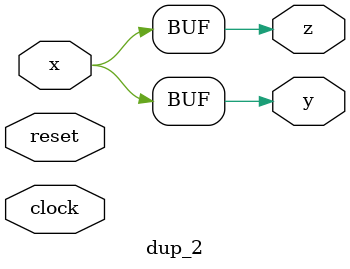
<source format=v>
/*
 * This Verilog library file was automatically generated by Utopia EDA
 * Generation started: 7-2-2023 0:51:29
 *
 * Ivannikov Institute for System Programming
 * of the Russian Academy of Sciences (ISP RAS)
 * 25 Alexander Solzhenitsyn st., Moscow, 109004, Russia
 * http://forge.ispras.ru/projects/utopia
 */

module ADD(
	// inputs
	clock,
	reset,
	x,
	y,

	// outputs
	z
);


input clock;
input reset;
input x;
input y;
output z;
wire x;
wire y;
wire z;
assign {z} = $signed(x) + $signed(y);

endmodule // ADD
/*
 * This Verilog library file was automatically generated by Utopia EDA
 * Generation started: 7-2-2023 0:51:29
 *
 * Ivannikov Institute for System Programming
 * of the Russian Academy of Sciences (ISP RAS)
 * 25 Alexander Solzhenitsyn st., Moscow, 109004, Russia
 * http://forge.ispras.ru/projects/utopia
 */

module C128(
	// inputs
	clock,
	reset,

	// outputs
	value
);


input clock;
input reset;
output value;
wire value;
assign value = 128;

endmodule // C128
/*
 * This Verilog library file was automatically generated by Utopia EDA
 * Generation started: 7-2-2023 0:51:29
 *
 * Ivannikov Institute for System Programming
 * of the Russian Academy of Sciences (ISP RAS)
 * 25 Alexander Solzhenitsyn st., Moscow, 109004, Russia
 * http://forge.ispras.ru/projects/utopia
 */

module C181(
	// inputs
	clock,
	reset,

	// outputs
	value
);


input clock;
input reset;
output value;
wire value;
assign value = 181;

endmodule // C181
/*
 * This Verilog library file was automatically generated by Utopia EDA
 * Generation started: 7-2-2023 0:51:29
 *
 * Ivannikov Institute for System Programming
 * of the Russian Academy of Sciences (ISP RAS)
 * 25 Alexander Solzhenitsyn st., Moscow, 109004, Russia
 * http://forge.ispras.ru/projects/utopia
 */

module C4(
	// inputs
	clock,
	reset,

	// outputs
	value
);


input clock;
input reset;
output value;
wire value;
assign value = 4;

endmodule // C4
/*
 * This Verilog library file was automatically generated by Utopia EDA
 * Generation started: 7-2-2023 0:51:29
 *
 * Ivannikov Institute for System Programming
 * of the Russian Academy of Sciences (ISP RAS)
 * 25 Alexander Solzhenitsyn st., Moscow, 109004, Russia
 * http://forge.ispras.ru/projects/utopia
 */

module C8192(
	// inputs
	clock,
	reset,

	// outputs
	value
);


input clock;
input reset;
output value;
wire value;
assign value = 8192;

endmodule // C8192
/*
 * This Verilog library file was automatically generated by Utopia EDA
 * Generation started: 7-2-2023 0:51:29
 *
 * Ivannikov Institute for System Programming
 * of the Russian Academy of Sciences (ISP RAS)
 * 25 Alexander Solzhenitsyn st., Moscow, 109004, Russia
 * http://forge.ispras.ru/projects/utopia
 */

module CLIP(
	// inputs
	clock,
	reset,
	x,

	// outputs
	z
);


input clock;
input reset;
input x;
output z;
wire x;
wire z;
reg [0:0] state_0;
always @(posedge clock) begin
state_0 <= {x};
end
assign z = state_0[0:0];

endmodule // CLIP
/*
 * This Verilog library file was automatically generated by Utopia EDA
 * Generation started: 7-2-2023 0:51:29
 *
 * Ivannikov Institute for System Programming
 * of the Russian Academy of Sciences (ISP RAS)
 * 25 Alexander Solzhenitsyn st., Moscow, 109004, Russia
 * http://forge.ispras.ru/projects/utopia
 */

module IN(
	// inputs
	clock,
	reset,

	// outputs
	x
);


input clock;
input reset;
output x;
wire x;

endmodule // IN
/*
 * This Verilog library file was automatically generated by Utopia EDA
 * Generation started: 7-2-2023 0:51:29
 *
 * Ivannikov Institute for System Programming
 * of the Russian Academy of Sciences (ISP RAS)
 * 25 Alexander Solzhenitsyn st., Moscow, 109004, Russia
 * http://forge.ispras.ru/projects/utopia
 */

module MUL(
	// inputs
	clock,
	reset,
	x,
	y,

	// outputs
	z
);


input clock;
input reset;
input x;
input y;
output z;
wire x;
wire y;
wire z;
assign {z} = $signed(x) * $signed(y);

endmodule // MUL
/*
 * This Verilog library file was automatically generated by Utopia EDA
 * Generation started: 7-2-2023 0:51:29
 *
 * Ivannikov Institute for System Programming
 * of the Russian Academy of Sciences (ISP RAS)
 * 25 Alexander Solzhenitsyn st., Moscow, 109004, Russia
 * http://forge.ispras.ru/projects/utopia
 */

module OUT(
	// inputs
	clock,
	reset,
	x

	// outputs
);


input clock;
input reset;
input x;
wire x;

endmodule // OUT
/*
 * This Verilog library file was automatically generated by Utopia EDA
 * Generation started: 7-2-2023 0:51:29
 *
 * Ivannikov Institute for System Programming
 * of the Russian Academy of Sciences (ISP RAS)
 * 25 Alexander Solzhenitsyn st., Moscow, 109004, Russia
 * http://forge.ispras.ru/projects/utopia
 */

module SHL_11(
	// inputs
	clock,
	reset,
	x,

	// outputs
	z
);


input clock;
input reset;
input x;
output z;
wire x;
wire z;
reg [0:0] state_0;
always @(posedge clock) begin
state_0 <= {x};
end
assign z = state_0[0:0];

endmodule // SHL_11
/*
 * This Verilog library file was automatically generated by Utopia EDA
 * Generation started: 7-2-2023 0:51:29
 *
 * Ivannikov Institute for System Programming
 * of the Russian Academy of Sciences (ISP RAS)
 * 25 Alexander Solzhenitsyn st., Moscow, 109004, Russia
 * http://forge.ispras.ru/projects/utopia
 */

module SHL_8(
	// inputs
	clock,
	reset,
	x,

	// outputs
	z
);


input clock;
input reset;
input x;
output z;
wire x;
wire z;
reg [0:0] state_0;
always @(posedge clock) begin
state_0 <= {x};
end
assign z = state_0[0:0];

endmodule // SHL_8
/*
 * This Verilog library file was automatically generated by Utopia EDA
 * Generation started: 7-2-2023 0:51:29
 *
 * Ivannikov Institute for System Programming
 * of the Russian Academy of Sciences (ISP RAS)
 * 25 Alexander Solzhenitsyn st., Moscow, 109004, Russia
 * http://forge.ispras.ru/projects/utopia
 */

module SHR_14(
	// inputs
	clock,
	reset,
	x,

	// outputs
	z
);


input clock;
input reset;
input x;
output z;
wire x;
wire z;
reg [0:0] state_0;
always @(posedge clock) begin
state_0 <= {x};
end
assign z = state_0[0:0];

endmodule // SHR_14
/*
 * This Verilog library file was automatically generated by Utopia EDA
 * Generation started: 7-2-2023 0:51:29
 *
 * Ivannikov Institute for System Programming
 * of the Russian Academy of Sciences (ISP RAS)
 * 25 Alexander Solzhenitsyn st., Moscow, 109004, Russia
 * http://forge.ispras.ru/projects/utopia
 */

module SHR_3(
	// inputs
	clock,
	reset,
	x,

	// outputs
	z
);


input clock;
input reset;
input x;
output z;
wire x;
wire z;
reg [0:0] state_0;
always @(posedge clock) begin
state_0 <= {x};
end
assign z = state_0[0:0];

endmodule // SHR_3
/*
 * This Verilog library file was automatically generated by Utopia EDA
 * Generation started: 7-2-2023 0:51:29
 *
 * Ivannikov Institute for System Programming
 * of the Russian Academy of Sciences (ISP RAS)
 * 25 Alexander Solzhenitsyn st., Moscow, 109004, Russia
 * http://forge.ispras.ru/projects/utopia
 */

module SHR_8(
	// inputs
	clock,
	reset,
	x,

	// outputs
	z
);


input clock;
input reset;
input x;
output z;
wire x;
wire z;
reg [0:0] state_0;
always @(posedge clock) begin
state_0 <= {x};
end
assign z = state_0[0:0];

endmodule // SHR_8
/*
 * This Verilog library file was automatically generated by Utopia EDA
 * Generation started: 7-2-2023 0:51:29
 *
 * Ivannikov Institute for System Programming
 * of the Russian Academy of Sciences (ISP RAS)
 * 25 Alexander Solzhenitsyn st., Moscow, 109004, Russia
 * http://forge.ispras.ru/projects/utopia
 */

module SUB(
	// inputs
	clock,
	reset,
	x,
	y,

	// outputs
	z
);


input clock;
input reset;
input x;
input y;
output z;
wire x;
wire y;
wire z;
assign {z} = $signed(x) - $signed(y);

endmodule // SUB
/*
 * This Verilog library file was automatically generated by Utopia EDA
 * Generation started: 7-2-2023 0:51:29
 *
 * Ivannikov Institute for System Programming
 * of the Russian Academy of Sciences (ISP RAS)
 * 25 Alexander Solzhenitsyn st., Moscow, 109004, Russia
 * http://forge.ispras.ru/projects/utopia
 */

module W1(
	// inputs
	clock,
	reset,

	// outputs
	value
);


input clock;
input reset;
output value;
wire value;
assign value = 2841;

endmodule // W1
/*
 * This Verilog library file was automatically generated by Utopia EDA
 * Generation started: 7-2-2023 0:51:29
 *
 * Ivannikov Institute for System Programming
 * of the Russian Academy of Sciences (ISP RAS)
 * 25 Alexander Solzhenitsyn st., Moscow, 109004, Russia
 * http://forge.ispras.ru/projects/utopia
 */

module W1_add_W7(
	// inputs
	clock,
	reset,

	// outputs
	value
);


input clock;
input reset;
output value;
wire value;
assign value = 3406;

endmodule // W1_add_W7
/*
 * This Verilog library file was automatically generated by Utopia EDA
 * Generation started: 7-2-2023 0:51:29
 *
 * Ivannikov Institute for System Programming
 * of the Russian Academy of Sciences (ISP RAS)
 * 25 Alexander Solzhenitsyn st., Moscow, 109004, Russia
 * http://forge.ispras.ru/projects/utopia
 */

module W1_sub_W7(
	// inputs
	clock,
	reset,

	// outputs
	value
);


input clock;
input reset;
output value;
wire value;
assign value = 2276;

endmodule // W1_sub_W7
/*
 * This Verilog library file was automatically generated by Utopia EDA
 * Generation started: 7-2-2023 0:51:29
 *
 * Ivannikov Institute for System Programming
 * of the Russian Academy of Sciences (ISP RAS)
 * 25 Alexander Solzhenitsyn st., Moscow, 109004, Russia
 * http://forge.ispras.ru/projects/utopia
 */

module W2(
	// inputs
	clock,
	reset,

	// outputs
	value
);


input clock;
input reset;
output value;
wire value;
assign value = 2676;

endmodule // W2
/*
 * This Verilog library file was automatically generated by Utopia EDA
 * Generation started: 7-2-2023 0:51:29
 *
 * Ivannikov Institute for System Programming
 * of the Russian Academy of Sciences (ISP RAS)
 * 25 Alexander Solzhenitsyn st., Moscow, 109004, Russia
 * http://forge.ispras.ru/projects/utopia
 */

module W2_add_W6(
	// inputs
	clock,
	reset,

	// outputs
	value
);


input clock;
input reset;
output value;
wire value;
assign value = 3784;

endmodule // W2_add_W6
/*
 * This Verilog library file was automatically generated by Utopia EDA
 * Generation started: 7-2-2023 0:51:29
 *
 * Ivannikov Institute for System Programming
 * of the Russian Academy of Sciences (ISP RAS)
 * 25 Alexander Solzhenitsyn st., Moscow, 109004, Russia
 * http://forge.ispras.ru/projects/utopia
 */

module W2_sub_W6(
	// inputs
	clock,
	reset,

	// outputs
	value
);


input clock;
input reset;
output value;
wire value;
assign value = 1568;

endmodule // W2_sub_W6
/*
 * This Verilog library file was automatically generated by Utopia EDA
 * Generation started: 7-2-2023 0:51:29
 *
 * Ivannikov Institute for System Programming
 * of the Russian Academy of Sciences (ISP RAS)
 * 25 Alexander Solzhenitsyn st., Moscow, 109004, Russia
 * http://forge.ispras.ru/projects/utopia
 */

module W3(
	// inputs
	clock,
	reset,

	// outputs
	value
);


input clock;
input reset;
output value;
wire value;
assign value = 2408;

endmodule // W3
/*
 * This Verilog library file was automatically generated by Utopia EDA
 * Generation started: 7-2-2023 0:51:29
 *
 * Ivannikov Institute for System Programming
 * of the Russian Academy of Sciences (ISP RAS)
 * 25 Alexander Solzhenitsyn st., Moscow, 109004, Russia
 * http://forge.ispras.ru/projects/utopia
 */

module W3_add_W5(
	// inputs
	clock,
	reset,

	// outputs
	value
);


input clock;
input reset;
output value;
wire value;
assign value = 4017;

endmodule // W3_add_W5
/*
 * This Verilog library file was automatically generated by Utopia EDA
 * Generation started: 7-2-2023 0:51:29
 *
 * Ivannikov Institute for System Programming
 * of the Russian Academy of Sciences (ISP RAS)
 * 25 Alexander Solzhenitsyn st., Moscow, 109004, Russia
 * http://forge.ispras.ru/projects/utopia
 */

module W3_sub_W5(
	// inputs
	clock,
	reset,

	// outputs
	value
);


input clock;
input reset;
output value;
wire value;
assign value = 799;

endmodule // W3_sub_W5
/*
 * This Verilog library file was automatically generated by Utopia EDA
 * Generation started: 7-2-2023 0:51:29
 *
 * Ivannikov Institute for System Programming
 * of the Russian Academy of Sciences (ISP RAS)
 * 25 Alexander Solzhenitsyn st., Moscow, 109004, Russia
 * http://forge.ispras.ru/projects/utopia
 */

module W5(
	// inputs
	clock,
	reset,

	// outputs
	value
);


input clock;
input reset;
output value;
wire value;
assign value = 1609;

endmodule // W5
/*
 * This Verilog library file was automatically generated by Utopia EDA
 * Generation started: 7-2-2023 0:51:29
 *
 * Ivannikov Institute for System Programming
 * of the Russian Academy of Sciences (ISP RAS)
 * 25 Alexander Solzhenitsyn st., Moscow, 109004, Russia
 * http://forge.ispras.ru/projects/utopia
 */

module W6(
	// inputs
	clock,
	reset,

	// outputs
	value
);


input clock;
input reset;
output value;
wire value;
assign value = 1108;

endmodule // W6
/*
 * This Verilog library file was automatically generated by Utopia EDA
 * Generation started: 7-2-2023 0:51:29
 *
 * Ivannikov Institute for System Programming
 * of the Russian Academy of Sciences (ISP RAS)
 * 25 Alexander Solzhenitsyn st., Moscow, 109004, Russia
 * http://forge.ispras.ru/projects/utopia
 */

module W7(
	// inputs
	clock,
	reset,

	// outputs
	value
);


input clock;
input reset;
output value;
wire value;
assign value = 565;

endmodule // W7
/*
 * This Verilog library file was automatically generated by Utopia EDA
 * Generation started: 7-2-2023 0:51:29
 *
 * Ivannikov Institute for System Programming
 * of the Russian Academy of Sciences (ISP RAS)
 * 25 Alexander Solzhenitsyn st., Moscow, 109004, Russia
 * http://forge.ispras.ru/projects/utopia
 */

module delay_INT16_1(
	// inputs
	clock,
	reset,
	in,

	// outputs
	out
);


input clock;
input reset;
input in;
output out;
wire in;
reg out;
reg [31:0] state;
reg [31:0] s0;
reg [31:0] s1;
reg [31:0] s2;
always @(posedge clock) begin
if (!reset) begin
  state <= 0; end
else if (state == 0) begin
  state <= 1;
  s0 <= in; end
else if (state == 1) begin
  state <= 2;
  s1 <= s0; end
else if (state == 2) begin
  state <= 3;
  s2 <= s1; end
else begin
  state <= 0;
  out <= s2; end
end

endmodule // delay_INT16_1
/*
 * This Verilog library file was automatically generated by Utopia EDA
 * Generation started: 7-2-2023 0:51:29
 *
 * Ivannikov Institute for System Programming
 * of the Russian Academy of Sciences (ISP RAS)
 * 25 Alexander Solzhenitsyn st., Moscow, 109004, Russia
 * http://forge.ispras.ru/projects/utopia
 */

module delay_INT16_10(
	// inputs
	clock,
	reset,
	in,

	// outputs
	out
);


input clock;
input reset;
input in;
output out;
wire in;
reg out;
reg [31:0] state;
reg [31:0] s0;
reg [31:0] s1;
reg [31:0] s2;
always @(posedge clock) begin
if (!reset) begin
  state <= 0; end
else if (state == 0) begin
  state <= 1;
  s0 <= in; end
else if (state == 1) begin
  state <= 2;
  s1 <= s0; end
else if (state == 2) begin
  state <= 3;
  s2 <= s1; end
else begin
  state <= 0;
  out <= s2; end
end

endmodule // delay_INT16_10
/*
 * This Verilog library file was automatically generated by Utopia EDA
 * Generation started: 7-2-2023 0:51:29
 *
 * Ivannikov Institute for System Programming
 * of the Russian Academy of Sciences (ISP RAS)
 * 25 Alexander Solzhenitsyn st., Moscow, 109004, Russia
 * http://forge.ispras.ru/projects/utopia
 */

module delay_INT16_100(
	// inputs
	clock,
	reset,
	in,

	// outputs
	out
);


input clock;
input reset;
input in;
output out;
wire in;
reg out;
reg [31:0] state;
reg [31:0] s0;
reg [31:0] s1;
reg [31:0] s2;
always @(posedge clock) begin
if (!reset) begin
  state <= 0; end
else if (state == 0) begin
  state <= 1;
  s0 <= in; end
else if (state == 1) begin
  state <= 2;
  s1 <= s0; end
else if (state == 2) begin
  state <= 3;
  s2 <= s1; end
else begin
  state <= 0;
  out <= s2; end
end

endmodule // delay_INT16_100
/*
 * This Verilog library file was automatically generated by Utopia EDA
 * Generation started: 7-2-2023 0:51:29
 *
 * Ivannikov Institute for System Programming
 * of the Russian Academy of Sciences (ISP RAS)
 * 25 Alexander Solzhenitsyn st., Moscow, 109004, Russia
 * http://forge.ispras.ru/projects/utopia
 */

module delay_INT16_102(
	// inputs
	clock,
	reset,
	in,

	// outputs
	out
);


input clock;
input reset;
input in;
output out;
wire in;
reg out;
reg [31:0] state;
reg [31:0] s0;
reg [31:0] s1;
reg [31:0] s2;
always @(posedge clock) begin
if (!reset) begin
  state <= 0; end
else if (state == 0) begin
  state <= 1;
  s0 <= in; end
else if (state == 1) begin
  state <= 2;
  s1 <= s0; end
else if (state == 2) begin
  state <= 3;
  s2 <= s1; end
else begin
  state <= 0;
  out <= s2; end
end

endmodule // delay_INT16_102
/*
 * This Verilog library file was automatically generated by Utopia EDA
 * Generation started: 7-2-2023 0:51:29
 *
 * Ivannikov Institute for System Programming
 * of the Russian Academy of Sciences (ISP RAS)
 * 25 Alexander Solzhenitsyn st., Moscow, 109004, Russia
 * http://forge.ispras.ru/projects/utopia
 */

module delay_INT16_103(
	// inputs
	clock,
	reset,
	in,

	// outputs
	out
);


input clock;
input reset;
input in;
output out;
wire in;
reg out;
reg [31:0] state;
reg [31:0] s0;
reg [31:0] s1;
reg [31:0] s2;
always @(posedge clock) begin
if (!reset) begin
  state <= 0; end
else if (state == 0) begin
  state <= 1;
  s0 <= in; end
else if (state == 1) begin
  state <= 2;
  s1 <= s0; end
else if (state == 2) begin
  state <= 3;
  s2 <= s1; end
else begin
  state <= 0;
  out <= s2; end
end

endmodule // delay_INT16_103
/*
 * This Verilog library file was automatically generated by Utopia EDA
 * Generation started: 7-2-2023 0:51:29
 *
 * Ivannikov Institute for System Programming
 * of the Russian Academy of Sciences (ISP RAS)
 * 25 Alexander Solzhenitsyn st., Moscow, 109004, Russia
 * http://forge.ispras.ru/projects/utopia
 */

module delay_INT16_104(
	// inputs
	clock,
	reset,
	in,

	// outputs
	out
);


input clock;
input reset;
input in;
output out;
wire in;
reg out;
reg [31:0] state;
reg [31:0] s0;
reg [31:0] s1;
reg [31:0] s2;
always @(posedge clock) begin
if (!reset) begin
  state <= 0; end
else if (state == 0) begin
  state <= 1;
  s0 <= in; end
else if (state == 1) begin
  state <= 2;
  s1 <= s0; end
else if (state == 2) begin
  state <= 3;
  s2 <= s1; end
else begin
  state <= 0;
  out <= s2; end
end

endmodule // delay_INT16_104
/*
 * This Verilog library file was automatically generated by Utopia EDA
 * Generation started: 7-2-2023 0:51:29
 *
 * Ivannikov Institute for System Programming
 * of the Russian Academy of Sciences (ISP RAS)
 * 25 Alexander Solzhenitsyn st., Moscow, 109004, Russia
 * http://forge.ispras.ru/projects/utopia
 */

module delay_INT16_105(
	// inputs
	clock,
	reset,
	in,

	// outputs
	out
);


input clock;
input reset;
input in;
output out;
wire in;
reg out;
reg [31:0] state;
reg [31:0] s0;
reg [31:0] s1;
reg [31:0] s2;
always @(posedge clock) begin
if (!reset) begin
  state <= 0; end
else if (state == 0) begin
  state <= 1;
  s0 <= in; end
else if (state == 1) begin
  state <= 2;
  s1 <= s0; end
else if (state == 2) begin
  state <= 3;
  s2 <= s1; end
else begin
  state <= 0;
  out <= s2; end
end

endmodule // delay_INT16_105
/*
 * This Verilog library file was automatically generated by Utopia EDA
 * Generation started: 7-2-2023 0:51:29
 *
 * Ivannikov Institute for System Programming
 * of the Russian Academy of Sciences (ISP RAS)
 * 25 Alexander Solzhenitsyn st., Moscow, 109004, Russia
 * http://forge.ispras.ru/projects/utopia
 */

module delay_INT16_106(
	// inputs
	clock,
	reset,
	in,

	// outputs
	out
);


input clock;
input reset;
input in;
output out;
wire in;
reg out;
reg [31:0] state;
reg [31:0] s0;
reg [31:0] s1;
reg [31:0] s2;
always @(posedge clock) begin
if (!reset) begin
  state <= 0; end
else if (state == 0) begin
  state <= 1;
  s0 <= in; end
else if (state == 1) begin
  state <= 2;
  s1 <= s0; end
else if (state == 2) begin
  state <= 3;
  s2 <= s1; end
else begin
  state <= 0;
  out <= s2; end
end

endmodule // delay_INT16_106
/*
 * This Verilog library file was automatically generated by Utopia EDA
 * Generation started: 7-2-2023 0:51:29
 *
 * Ivannikov Institute for System Programming
 * of the Russian Academy of Sciences (ISP RAS)
 * 25 Alexander Solzhenitsyn st., Moscow, 109004, Russia
 * http://forge.ispras.ru/projects/utopia
 */

module delay_INT16_109(
	// inputs
	clock,
	reset,
	in,

	// outputs
	out
);


input clock;
input reset;
input in;
output out;
wire in;
reg out;
reg [31:0] state;
reg [31:0] s0;
reg [31:0] s1;
reg [31:0] s2;
always @(posedge clock) begin
if (!reset) begin
  state <= 0; end
else if (state == 0) begin
  state <= 1;
  s0 <= in; end
else if (state == 1) begin
  state <= 2;
  s1 <= s0; end
else if (state == 2) begin
  state <= 3;
  s2 <= s1; end
else begin
  state <= 0;
  out <= s2; end
end

endmodule // delay_INT16_109
/*
 * This Verilog library file was automatically generated by Utopia EDA
 * Generation started: 7-2-2023 0:51:29
 *
 * Ivannikov Institute for System Programming
 * of the Russian Academy of Sciences (ISP RAS)
 * 25 Alexander Solzhenitsyn st., Moscow, 109004, Russia
 * http://forge.ispras.ru/projects/utopia
 */

module delay_INT16_11(
	// inputs
	clock,
	reset,
	in,

	// outputs
	out
);


input clock;
input reset;
input in;
output out;
wire in;
reg out;
reg [31:0] state;
reg [31:0] s0;
reg [31:0] s1;
reg [31:0] s2;
always @(posedge clock) begin
if (!reset) begin
  state <= 0; end
else if (state == 0) begin
  state <= 1;
  s0 <= in; end
else if (state == 1) begin
  state <= 2;
  s1 <= s0; end
else if (state == 2) begin
  state <= 3;
  s2 <= s1; end
else begin
  state <= 0;
  out <= s2; end
end

endmodule // delay_INT16_11
/*
 * This Verilog library file was automatically generated by Utopia EDA
 * Generation started: 7-2-2023 0:51:29
 *
 * Ivannikov Institute for System Programming
 * of the Russian Academy of Sciences (ISP RAS)
 * 25 Alexander Solzhenitsyn st., Moscow, 109004, Russia
 * http://forge.ispras.ru/projects/utopia
 */

module delay_INT16_110(
	// inputs
	clock,
	reset,
	in,

	// outputs
	out
);


input clock;
input reset;
input in;
output out;
wire in;
reg out;
reg [31:0] state;
reg [31:0] s0;
reg [31:0] s1;
reg [31:0] s2;
always @(posedge clock) begin
if (!reset) begin
  state <= 0; end
else if (state == 0) begin
  state <= 1;
  s0 <= in; end
else if (state == 1) begin
  state <= 2;
  s1 <= s0; end
else if (state == 2) begin
  state <= 3;
  s2 <= s1; end
else begin
  state <= 0;
  out <= s2; end
end

endmodule // delay_INT16_110
/*
 * This Verilog library file was automatically generated by Utopia EDA
 * Generation started: 7-2-2023 0:51:29
 *
 * Ivannikov Institute for System Programming
 * of the Russian Academy of Sciences (ISP RAS)
 * 25 Alexander Solzhenitsyn st., Moscow, 109004, Russia
 * http://forge.ispras.ru/projects/utopia
 */

module delay_INT16_111(
	// inputs
	clock,
	reset,
	in,

	// outputs
	out
);


input clock;
input reset;
input in;
output out;
wire in;
reg out;
reg [31:0] state;
reg [31:0] s0;
reg [31:0] s1;
reg [31:0] s2;
always @(posedge clock) begin
if (!reset) begin
  state <= 0; end
else if (state == 0) begin
  state <= 1;
  s0 <= in; end
else if (state == 1) begin
  state <= 2;
  s1 <= s0; end
else if (state == 2) begin
  state <= 3;
  s2 <= s1; end
else begin
  state <= 0;
  out <= s2; end
end

endmodule // delay_INT16_111
/*
 * This Verilog library file was automatically generated by Utopia EDA
 * Generation started: 7-2-2023 0:51:29
 *
 * Ivannikov Institute for System Programming
 * of the Russian Academy of Sciences (ISP RAS)
 * 25 Alexander Solzhenitsyn st., Moscow, 109004, Russia
 * http://forge.ispras.ru/projects/utopia
 */

module delay_INT16_113(
	// inputs
	clock,
	reset,
	in,

	// outputs
	out
);


input clock;
input reset;
input in;
output out;
wire in;
reg out;
reg [31:0] state;
reg [31:0] s0;
reg [31:0] s1;
reg [31:0] s2;
always @(posedge clock) begin
if (!reset) begin
  state <= 0; end
else if (state == 0) begin
  state <= 1;
  s0 <= in; end
else if (state == 1) begin
  state <= 2;
  s1 <= s0; end
else if (state == 2) begin
  state <= 3;
  s2 <= s1; end
else begin
  state <= 0;
  out <= s2; end
end

endmodule // delay_INT16_113
/*
 * This Verilog library file was automatically generated by Utopia EDA
 * Generation started: 7-2-2023 0:51:29
 *
 * Ivannikov Institute for System Programming
 * of the Russian Academy of Sciences (ISP RAS)
 * 25 Alexander Solzhenitsyn st., Moscow, 109004, Russia
 * http://forge.ispras.ru/projects/utopia
 */

module delay_INT16_115(
	// inputs
	clock,
	reset,
	in,

	// outputs
	out
);


input clock;
input reset;
input in;
output out;
wire in;
reg out;
reg [31:0] state;
reg [31:0] s0;
reg [31:0] s1;
reg [31:0] s2;
always @(posedge clock) begin
if (!reset) begin
  state <= 0; end
else if (state == 0) begin
  state <= 1;
  s0 <= in; end
else if (state == 1) begin
  state <= 2;
  s1 <= s0; end
else if (state == 2) begin
  state <= 3;
  s2 <= s1; end
else begin
  state <= 0;
  out <= s2; end
end

endmodule // delay_INT16_115
/*
 * This Verilog library file was automatically generated by Utopia EDA
 * Generation started: 7-2-2023 0:51:29
 *
 * Ivannikov Institute for System Programming
 * of the Russian Academy of Sciences (ISP RAS)
 * 25 Alexander Solzhenitsyn st., Moscow, 109004, Russia
 * http://forge.ispras.ru/projects/utopia
 */

module delay_INT16_118(
	// inputs
	clock,
	reset,
	in,

	// outputs
	out
);


input clock;
input reset;
input in;
output out;
wire in;
reg out;
reg [31:0] state;
reg [31:0] s0;
reg [31:0] s1;
reg [31:0] s2;
always @(posedge clock) begin
if (!reset) begin
  state <= 0; end
else if (state == 0) begin
  state <= 1;
  s0 <= in; end
else if (state == 1) begin
  state <= 2;
  s1 <= s0; end
else if (state == 2) begin
  state <= 3;
  s2 <= s1; end
else begin
  state <= 0;
  out <= s2; end
end

endmodule // delay_INT16_118
/*
 * This Verilog library file was automatically generated by Utopia EDA
 * Generation started: 7-2-2023 0:51:29
 *
 * Ivannikov Institute for System Programming
 * of the Russian Academy of Sciences (ISP RAS)
 * 25 Alexander Solzhenitsyn st., Moscow, 109004, Russia
 * http://forge.ispras.ru/projects/utopia
 */

module delay_INT16_119(
	// inputs
	clock,
	reset,
	in,

	// outputs
	out
);


input clock;
input reset;
input in;
output out;
wire in;
reg out;
reg [31:0] state;
reg [31:0] s0;
reg [31:0] s1;
reg [31:0] s2;
always @(posedge clock) begin
if (!reset) begin
  state <= 0; end
else if (state == 0) begin
  state <= 1;
  s0 <= in; end
else if (state == 1) begin
  state <= 2;
  s1 <= s0; end
else if (state == 2) begin
  state <= 3;
  s2 <= s1; end
else begin
  state <= 0;
  out <= s2; end
end

endmodule // delay_INT16_119
/*
 * This Verilog library file was automatically generated by Utopia EDA
 * Generation started: 7-2-2023 0:51:29
 *
 * Ivannikov Institute for System Programming
 * of the Russian Academy of Sciences (ISP RAS)
 * 25 Alexander Solzhenitsyn st., Moscow, 109004, Russia
 * http://forge.ispras.ru/projects/utopia
 */

module delay_INT16_12(
	// inputs
	clock,
	reset,
	in,

	// outputs
	out
);


input clock;
input reset;
input in;
output out;
wire in;
reg out;
reg [31:0] state;
reg [31:0] s0;
reg [31:0] s1;
reg [31:0] s2;
always @(posedge clock) begin
if (!reset) begin
  state <= 0; end
else if (state == 0) begin
  state <= 1;
  s0 <= in; end
else if (state == 1) begin
  state <= 2;
  s1 <= s0; end
else if (state == 2) begin
  state <= 3;
  s2 <= s1; end
else begin
  state <= 0;
  out <= s2; end
end

endmodule // delay_INT16_12
/*
 * This Verilog library file was automatically generated by Utopia EDA
 * Generation started: 7-2-2023 0:51:29
 *
 * Ivannikov Institute for System Programming
 * of the Russian Academy of Sciences (ISP RAS)
 * 25 Alexander Solzhenitsyn st., Moscow, 109004, Russia
 * http://forge.ispras.ru/projects/utopia
 */

module delay_INT16_120(
	// inputs
	clock,
	reset,
	in,

	// outputs
	out
);


input clock;
input reset;
input in;
output out;
wire in;
reg out;
reg [31:0] state;
reg [31:0] s0;
reg [31:0] s1;
reg [31:0] s2;
always @(posedge clock) begin
if (!reset) begin
  state <= 0; end
else if (state == 0) begin
  state <= 1;
  s0 <= in; end
else if (state == 1) begin
  state <= 2;
  s1 <= s0; end
else if (state == 2) begin
  state <= 3;
  s2 <= s1; end
else begin
  state <= 0;
  out <= s2; end
end

endmodule // delay_INT16_120
/*
 * This Verilog library file was automatically generated by Utopia EDA
 * Generation started: 7-2-2023 0:51:29
 *
 * Ivannikov Institute for System Programming
 * of the Russian Academy of Sciences (ISP RAS)
 * 25 Alexander Solzhenitsyn st., Moscow, 109004, Russia
 * http://forge.ispras.ru/projects/utopia
 */

module delay_INT16_121(
	// inputs
	clock,
	reset,
	in,

	// outputs
	out
);


input clock;
input reset;
input in;
output out;
wire in;
reg out;
reg [31:0] state;
reg [31:0] s0;
reg [31:0] s1;
reg [31:0] s2;
always @(posedge clock) begin
if (!reset) begin
  state <= 0; end
else if (state == 0) begin
  state <= 1;
  s0 <= in; end
else if (state == 1) begin
  state <= 2;
  s1 <= s0; end
else if (state == 2) begin
  state <= 3;
  s2 <= s1; end
else begin
  state <= 0;
  out <= s2; end
end

endmodule // delay_INT16_121
/*
 * This Verilog library file was automatically generated by Utopia EDA
 * Generation started: 7-2-2023 0:51:29
 *
 * Ivannikov Institute for System Programming
 * of the Russian Academy of Sciences (ISP RAS)
 * 25 Alexander Solzhenitsyn st., Moscow, 109004, Russia
 * http://forge.ispras.ru/projects/utopia
 */

module delay_INT16_124(
	// inputs
	clock,
	reset,
	in,

	// outputs
	out
);


input clock;
input reset;
input in;
output out;
wire in;
reg out;
reg [31:0] state;
reg [31:0] s0;
reg [31:0] s1;
reg [31:0] s2;
always @(posedge clock) begin
if (!reset) begin
  state <= 0; end
else if (state == 0) begin
  state <= 1;
  s0 <= in; end
else if (state == 1) begin
  state <= 2;
  s1 <= s0; end
else if (state == 2) begin
  state <= 3;
  s2 <= s1; end
else begin
  state <= 0;
  out <= s2; end
end

endmodule // delay_INT16_124
/*
 * This Verilog library file was automatically generated by Utopia EDA
 * Generation started: 7-2-2023 0:51:29
 *
 * Ivannikov Institute for System Programming
 * of the Russian Academy of Sciences (ISP RAS)
 * 25 Alexander Solzhenitsyn st., Moscow, 109004, Russia
 * http://forge.ispras.ru/projects/utopia
 */

module delay_INT16_127(
	// inputs
	clock,
	reset,
	in,

	// outputs
	out
);


input clock;
input reset;
input in;
output out;
wire in;
reg out;
reg [31:0] state;
reg [31:0] s0;
reg [31:0] s1;
reg [31:0] s2;
always @(posedge clock) begin
if (!reset) begin
  state <= 0; end
else if (state == 0) begin
  state <= 1;
  s0 <= in; end
else if (state == 1) begin
  state <= 2;
  s1 <= s0; end
else if (state == 2) begin
  state <= 3;
  s2 <= s1; end
else begin
  state <= 0;
  out <= s2; end
end

endmodule // delay_INT16_127
/*
 * This Verilog library file was automatically generated by Utopia EDA
 * Generation started: 7-2-2023 0:51:29
 *
 * Ivannikov Institute for System Programming
 * of the Russian Academy of Sciences (ISP RAS)
 * 25 Alexander Solzhenitsyn st., Moscow, 109004, Russia
 * http://forge.ispras.ru/projects/utopia
 */

module delay_INT16_128(
	// inputs
	clock,
	reset,
	in,

	// outputs
	out
);


input clock;
input reset;
input in;
output out;
wire in;
reg out;
reg [31:0] state;
reg [31:0] s0;
reg [31:0] s1;
reg [31:0] s2;
always @(posedge clock) begin
if (!reset) begin
  state <= 0; end
else if (state == 0) begin
  state <= 1;
  s0 <= in; end
else if (state == 1) begin
  state <= 2;
  s1 <= s0; end
else if (state == 2) begin
  state <= 3;
  s2 <= s1; end
else begin
  state <= 0;
  out <= s2; end
end

endmodule // delay_INT16_128
/*
 * This Verilog library file was automatically generated by Utopia EDA
 * Generation started: 7-2-2023 0:51:29
 *
 * Ivannikov Institute for System Programming
 * of the Russian Academy of Sciences (ISP RAS)
 * 25 Alexander Solzhenitsyn st., Moscow, 109004, Russia
 * http://forge.ispras.ru/projects/utopia
 */

module delay_INT16_129(
	// inputs
	clock,
	reset,
	in,

	// outputs
	out
);


input clock;
input reset;
input in;
output out;
wire in;
reg out;
reg [31:0] state;
reg [31:0] s0;
reg [31:0] s1;
reg [31:0] s2;
always @(posedge clock) begin
if (!reset) begin
  state <= 0; end
else if (state == 0) begin
  state <= 1;
  s0 <= in; end
else if (state == 1) begin
  state <= 2;
  s1 <= s0; end
else if (state == 2) begin
  state <= 3;
  s2 <= s1; end
else begin
  state <= 0;
  out <= s2; end
end

endmodule // delay_INT16_129
/*
 * This Verilog library file was automatically generated by Utopia EDA
 * Generation started: 7-2-2023 0:51:29
 *
 * Ivannikov Institute for System Programming
 * of the Russian Academy of Sciences (ISP RAS)
 * 25 Alexander Solzhenitsyn st., Moscow, 109004, Russia
 * http://forge.ispras.ru/projects/utopia
 */

module delay_INT16_130(
	// inputs
	clock,
	reset,
	in,

	// outputs
	out
);


input clock;
input reset;
input in;
output out;
wire in;
reg out;
reg [31:0] state;
reg [31:0] s0;
reg [31:0] s1;
reg [31:0] s2;
always @(posedge clock) begin
if (!reset) begin
  state <= 0; end
else if (state == 0) begin
  state <= 1;
  s0 <= in; end
else if (state == 1) begin
  state <= 2;
  s1 <= s0; end
else if (state == 2) begin
  state <= 3;
  s2 <= s1; end
else begin
  state <= 0;
  out <= s2; end
end

endmodule // delay_INT16_130
/*
 * This Verilog library file was automatically generated by Utopia EDA
 * Generation started: 7-2-2023 0:51:29
 *
 * Ivannikov Institute for System Programming
 * of the Russian Academy of Sciences (ISP RAS)
 * 25 Alexander Solzhenitsyn st., Moscow, 109004, Russia
 * http://forge.ispras.ru/projects/utopia
 */

module delay_INT16_131(
	// inputs
	clock,
	reset,
	in,

	// outputs
	out
);


input clock;
input reset;
input in;
output out;
wire in;
reg out;
reg [31:0] state;
reg [31:0] s0;
reg [31:0] s1;
reg [31:0] s2;
always @(posedge clock) begin
if (!reset) begin
  state <= 0; end
else if (state == 0) begin
  state <= 1;
  s0 <= in; end
else if (state == 1) begin
  state <= 2;
  s1 <= s0; end
else if (state == 2) begin
  state <= 3;
  s2 <= s1; end
else begin
  state <= 0;
  out <= s2; end
end

endmodule // delay_INT16_131
/*
 * This Verilog library file was automatically generated by Utopia EDA
 * Generation started: 7-2-2023 0:51:29
 *
 * Ivannikov Institute for System Programming
 * of the Russian Academy of Sciences (ISP RAS)
 * 25 Alexander Solzhenitsyn st., Moscow, 109004, Russia
 * http://forge.ispras.ru/projects/utopia
 */

module delay_INT16_133(
	// inputs
	clock,
	reset,
	in,

	// outputs
	out
);


input clock;
input reset;
input in;
output out;
wire in;
reg out;
reg [31:0] state;
reg [31:0] s0;
reg [31:0] s1;
reg [31:0] s2;
always @(posedge clock) begin
if (!reset) begin
  state <= 0; end
else if (state == 0) begin
  state <= 1;
  s0 <= in; end
else if (state == 1) begin
  state <= 2;
  s1 <= s0; end
else if (state == 2) begin
  state <= 3;
  s2 <= s1; end
else begin
  state <= 0;
  out <= s2; end
end

endmodule // delay_INT16_133
/*
 * This Verilog library file was automatically generated by Utopia EDA
 * Generation started: 7-2-2023 0:51:29
 *
 * Ivannikov Institute for System Programming
 * of the Russian Academy of Sciences (ISP RAS)
 * 25 Alexander Solzhenitsyn st., Moscow, 109004, Russia
 * http://forge.ispras.ru/projects/utopia
 */

module delay_INT16_135(
	// inputs
	clock,
	reset,
	in,

	// outputs
	out
);


input clock;
input reset;
input in;
output out;
wire in;
reg out;
reg [31:0] state;
reg [31:0] s0;
reg [31:0] s1;
reg [31:0] s2;
always @(posedge clock) begin
if (!reset) begin
  state <= 0; end
else if (state == 0) begin
  state <= 1;
  s0 <= in; end
else if (state == 1) begin
  state <= 2;
  s1 <= s0; end
else if (state == 2) begin
  state <= 3;
  s2 <= s1; end
else begin
  state <= 0;
  out <= s2; end
end

endmodule // delay_INT16_135
/*
 * This Verilog library file was automatically generated by Utopia EDA
 * Generation started: 7-2-2023 0:51:29
 *
 * Ivannikov Institute for System Programming
 * of the Russian Academy of Sciences (ISP RAS)
 * 25 Alexander Solzhenitsyn st., Moscow, 109004, Russia
 * http://forge.ispras.ru/projects/utopia
 */

module delay_INT16_138(
	// inputs
	clock,
	reset,
	in,

	// outputs
	out
);


input clock;
input reset;
input in;
output out;
wire in;
reg out;
reg [31:0] state;
reg [31:0] s0;
reg [31:0] s1;
reg [31:0] s2;
always @(posedge clock) begin
if (!reset) begin
  state <= 0; end
else if (state == 0) begin
  state <= 1;
  s0 <= in; end
else if (state == 1) begin
  state <= 2;
  s1 <= s0; end
else if (state == 2) begin
  state <= 3;
  s2 <= s1; end
else begin
  state <= 0;
  out <= s2; end
end

endmodule // delay_INT16_138
/*
 * This Verilog library file was automatically generated by Utopia EDA
 * Generation started: 7-2-2023 0:51:29
 *
 * Ivannikov Institute for System Programming
 * of the Russian Academy of Sciences (ISP RAS)
 * 25 Alexander Solzhenitsyn st., Moscow, 109004, Russia
 * http://forge.ispras.ru/projects/utopia
 */

module delay_INT16_14(
	// inputs
	clock,
	reset,
	in,

	// outputs
	out
);


input clock;
input reset;
input in;
output out;
wire in;
reg out;
reg [31:0] state;
reg [31:0] s0;
reg [31:0] s1;
reg [31:0] s2;
always @(posedge clock) begin
if (!reset) begin
  state <= 0; end
else if (state == 0) begin
  state <= 1;
  s0 <= in; end
else if (state == 1) begin
  state <= 2;
  s1 <= s0; end
else if (state == 2) begin
  state <= 3;
  s2 <= s1; end
else begin
  state <= 0;
  out <= s2; end
end

endmodule // delay_INT16_14
/*
 * This Verilog library file was automatically generated by Utopia EDA
 * Generation started: 7-2-2023 0:51:29
 *
 * Ivannikov Institute for System Programming
 * of the Russian Academy of Sciences (ISP RAS)
 * 25 Alexander Solzhenitsyn st., Moscow, 109004, Russia
 * http://forge.ispras.ru/projects/utopia
 */

module delay_INT16_141(
	// inputs
	clock,
	reset,
	in,

	// outputs
	out
);


input clock;
input reset;
input in;
output out;
wire in;
reg out;
reg [31:0] state;
reg [31:0] s0;
reg [31:0] s1;
reg [31:0] s2;
always @(posedge clock) begin
if (!reset) begin
  state <= 0; end
else if (state == 0) begin
  state <= 1;
  s0 <= in; end
else if (state == 1) begin
  state <= 2;
  s1 <= s0; end
else if (state == 2) begin
  state <= 3;
  s2 <= s1; end
else begin
  state <= 0;
  out <= s2; end
end

endmodule // delay_INT16_141
/*
 * This Verilog library file was automatically generated by Utopia EDA
 * Generation started: 7-2-2023 0:51:29
 *
 * Ivannikov Institute for System Programming
 * of the Russian Academy of Sciences (ISP RAS)
 * 25 Alexander Solzhenitsyn st., Moscow, 109004, Russia
 * http://forge.ispras.ru/projects/utopia
 */

module delay_INT16_142(
	// inputs
	clock,
	reset,
	in,

	// outputs
	out
);


input clock;
input reset;
input in;
output out;
wire in;
reg out;
reg [31:0] state;
reg [31:0] s0;
reg [31:0] s1;
reg [31:0] s2;
always @(posedge clock) begin
if (!reset) begin
  state <= 0; end
else if (state == 0) begin
  state <= 1;
  s0 <= in; end
else if (state == 1) begin
  state <= 2;
  s1 <= s0; end
else if (state == 2) begin
  state <= 3;
  s2 <= s1; end
else begin
  state <= 0;
  out <= s2; end
end

endmodule // delay_INT16_142
/*
 * This Verilog library file was automatically generated by Utopia EDA
 * Generation started: 7-2-2023 0:51:29
 *
 * Ivannikov Institute for System Programming
 * of the Russian Academy of Sciences (ISP RAS)
 * 25 Alexander Solzhenitsyn st., Moscow, 109004, Russia
 * http://forge.ispras.ru/projects/utopia
 */

module delay_INT16_143(
	// inputs
	clock,
	reset,
	in,

	// outputs
	out
);


input clock;
input reset;
input in;
output out;
wire in;
reg out;
reg [31:0] state;
reg [31:0] s0;
reg [31:0] s1;
reg [31:0] s2;
always @(posedge clock) begin
if (!reset) begin
  state <= 0; end
else if (state == 0) begin
  state <= 1;
  s0 <= in; end
else if (state == 1) begin
  state <= 2;
  s1 <= s0; end
else if (state == 2) begin
  state <= 3;
  s2 <= s1; end
else begin
  state <= 0;
  out <= s2; end
end

endmodule // delay_INT16_143
/*
 * This Verilog library file was automatically generated by Utopia EDA
 * Generation started: 7-2-2023 0:51:29
 *
 * Ivannikov Institute for System Programming
 * of the Russian Academy of Sciences (ISP RAS)
 * 25 Alexander Solzhenitsyn st., Moscow, 109004, Russia
 * http://forge.ispras.ru/projects/utopia
 */

module delay_INT16_144(
	// inputs
	clock,
	reset,
	in,

	// outputs
	out
);


input clock;
input reset;
input in;
output out;
wire in;
reg out;
reg [31:0] state;
reg [31:0] s0;
reg [31:0] s1;
reg [31:0] s2;
always @(posedge clock) begin
if (!reset) begin
  state <= 0; end
else if (state == 0) begin
  state <= 1;
  s0 <= in; end
else if (state == 1) begin
  state <= 2;
  s1 <= s0; end
else if (state == 2) begin
  state <= 3;
  s2 <= s1; end
else begin
  state <= 0;
  out <= s2; end
end

endmodule // delay_INT16_144
/*
 * This Verilog library file was automatically generated by Utopia EDA
 * Generation started: 7-2-2023 0:51:29
 *
 * Ivannikov Institute for System Programming
 * of the Russian Academy of Sciences (ISP RAS)
 * 25 Alexander Solzhenitsyn st., Moscow, 109004, Russia
 * http://forge.ispras.ru/projects/utopia
 */

module delay_INT16_145(
	// inputs
	clock,
	reset,
	in,

	// outputs
	out
);


input clock;
input reset;
input in;
output out;
wire in;
reg out;
reg [31:0] state;
reg [31:0] s0;
reg [31:0] s1;
reg [31:0] s2;
always @(posedge clock) begin
if (!reset) begin
  state <= 0; end
else if (state == 0) begin
  state <= 1;
  s0 <= in; end
else if (state == 1) begin
  state <= 2;
  s1 <= s0; end
else if (state == 2) begin
  state <= 3;
  s2 <= s1; end
else begin
  state <= 0;
  out <= s2; end
end

endmodule // delay_INT16_145
/*
 * This Verilog library file was automatically generated by Utopia EDA
 * Generation started: 7-2-2023 0:51:29
 *
 * Ivannikov Institute for System Programming
 * of the Russian Academy of Sciences (ISP RAS)
 * 25 Alexander Solzhenitsyn st., Moscow, 109004, Russia
 * http://forge.ispras.ru/projects/utopia
 */

module delay_INT16_146(
	// inputs
	clock,
	reset,
	in,

	// outputs
	out
);


input clock;
input reset;
input in;
output out;
wire in;
reg out;
reg [31:0] state;
reg [31:0] s0;
reg [31:0] s1;
reg [31:0] s2;
always @(posedge clock) begin
if (!reset) begin
  state <= 0; end
else if (state == 0) begin
  state <= 1;
  s0 <= in; end
else if (state == 1) begin
  state <= 2;
  s1 <= s0; end
else if (state == 2) begin
  state <= 3;
  s2 <= s1; end
else begin
  state <= 0;
  out <= s2; end
end

endmodule // delay_INT16_146
/*
 * This Verilog library file was automatically generated by Utopia EDA
 * Generation started: 7-2-2023 0:51:29
 *
 * Ivannikov Institute for System Programming
 * of the Russian Academy of Sciences (ISP RAS)
 * 25 Alexander Solzhenitsyn st., Moscow, 109004, Russia
 * http://forge.ispras.ru/projects/utopia
 */

module delay_INT16_147(
	// inputs
	clock,
	reset,
	in,

	// outputs
	out
);


input clock;
input reset;
input in;
output out;
wire in;
reg out;
reg [31:0] state;
reg [31:0] s0;
reg [31:0] s1;
reg [31:0] s2;
always @(posedge clock) begin
if (!reset) begin
  state <= 0; end
else if (state == 0) begin
  state <= 1;
  s0 <= in; end
else if (state == 1) begin
  state <= 2;
  s1 <= s0; end
else if (state == 2) begin
  state <= 3;
  s2 <= s1; end
else begin
  state <= 0;
  out <= s2; end
end

endmodule // delay_INT16_147
/*
 * This Verilog library file was automatically generated by Utopia EDA
 * Generation started: 7-2-2023 0:51:29
 *
 * Ivannikov Institute for System Programming
 * of the Russian Academy of Sciences (ISP RAS)
 * 25 Alexander Solzhenitsyn st., Moscow, 109004, Russia
 * http://forge.ispras.ru/projects/utopia
 */

module delay_INT16_148(
	// inputs
	clock,
	reset,
	in,

	// outputs
	out
);


input clock;
input reset;
input in;
output out;
wire in;
reg out;
reg [31:0] state;
reg [31:0] s0;
reg [31:0] s1;
reg [31:0] s2;
always @(posedge clock) begin
if (!reset) begin
  state <= 0; end
else if (state == 0) begin
  state <= 1;
  s0 <= in; end
else if (state == 1) begin
  state <= 2;
  s1 <= s0; end
else if (state == 2) begin
  state <= 3;
  s2 <= s1; end
else begin
  state <= 0;
  out <= s2; end
end

endmodule // delay_INT16_148
/*
 * This Verilog library file was automatically generated by Utopia EDA
 * Generation started: 7-2-2023 0:51:29
 *
 * Ivannikov Institute for System Programming
 * of the Russian Academy of Sciences (ISP RAS)
 * 25 Alexander Solzhenitsyn st., Moscow, 109004, Russia
 * http://forge.ispras.ru/projects/utopia
 */

module delay_INT16_149(
	// inputs
	clock,
	reset,
	in,

	// outputs
	out
);


input clock;
input reset;
input in;
output out;
wire in;
reg out;
reg [31:0] state;
reg [31:0] s0;
reg [31:0] s1;
reg [31:0] s2;
always @(posedge clock) begin
if (!reset) begin
  state <= 0; end
else if (state == 0) begin
  state <= 1;
  s0 <= in; end
else if (state == 1) begin
  state <= 2;
  s1 <= s0; end
else if (state == 2) begin
  state <= 3;
  s2 <= s1; end
else begin
  state <= 0;
  out <= s2; end
end

endmodule // delay_INT16_149
/*
 * This Verilog library file was automatically generated by Utopia EDA
 * Generation started: 7-2-2023 0:51:29
 *
 * Ivannikov Institute for System Programming
 * of the Russian Academy of Sciences (ISP RAS)
 * 25 Alexander Solzhenitsyn st., Moscow, 109004, Russia
 * http://forge.ispras.ru/projects/utopia
 */

module delay_INT16_15(
	// inputs
	clock,
	reset,
	in,

	// outputs
	out
);


input clock;
input reset;
input in;
output out;
wire in;
reg out;
reg [31:0] state;
reg [31:0] s0;
reg [31:0] s1;
reg [31:0] s2;
always @(posedge clock) begin
if (!reset) begin
  state <= 0; end
else if (state == 0) begin
  state <= 1;
  s0 <= in; end
else if (state == 1) begin
  state <= 2;
  s1 <= s0; end
else if (state == 2) begin
  state <= 3;
  s2 <= s1; end
else begin
  state <= 0;
  out <= s2; end
end

endmodule // delay_INT16_15
/*
 * This Verilog library file was automatically generated by Utopia EDA
 * Generation started: 7-2-2023 0:51:29
 *
 * Ivannikov Institute for System Programming
 * of the Russian Academy of Sciences (ISP RAS)
 * 25 Alexander Solzhenitsyn st., Moscow, 109004, Russia
 * http://forge.ispras.ru/projects/utopia
 */

module delay_INT16_153(
	// inputs
	clock,
	reset,
	in,

	// outputs
	out
);


input clock;
input reset;
input in;
output out;
wire in;
reg out;
reg [31:0] state;
reg [31:0] s0;
reg [31:0] s1;
reg [31:0] s2;
always @(posedge clock) begin
if (!reset) begin
  state <= 0; end
else if (state == 0) begin
  state <= 1;
  s0 <= in; end
else if (state == 1) begin
  state <= 2;
  s1 <= s0; end
else if (state == 2) begin
  state <= 3;
  s2 <= s1; end
else begin
  state <= 0;
  out <= s2; end
end

endmodule // delay_INT16_153
/*
 * This Verilog library file was automatically generated by Utopia EDA
 * Generation started: 7-2-2023 0:51:29
 *
 * Ivannikov Institute for System Programming
 * of the Russian Academy of Sciences (ISP RAS)
 * 25 Alexander Solzhenitsyn st., Moscow, 109004, Russia
 * http://forge.ispras.ru/projects/utopia
 */

module delay_INT16_154(
	// inputs
	clock,
	reset,
	in,

	// outputs
	out
);


input clock;
input reset;
input in;
output out;
wire in;
reg out;
reg [31:0] state;
reg [31:0] s0;
reg [31:0] s1;
reg [31:0] s2;
always @(posedge clock) begin
if (!reset) begin
  state <= 0; end
else if (state == 0) begin
  state <= 1;
  s0 <= in; end
else if (state == 1) begin
  state <= 2;
  s1 <= s0; end
else if (state == 2) begin
  state <= 3;
  s2 <= s1; end
else begin
  state <= 0;
  out <= s2; end
end

endmodule // delay_INT16_154
/*
 * This Verilog library file was automatically generated by Utopia EDA
 * Generation started: 7-2-2023 0:51:29
 *
 * Ivannikov Institute for System Programming
 * of the Russian Academy of Sciences (ISP RAS)
 * 25 Alexander Solzhenitsyn st., Moscow, 109004, Russia
 * http://forge.ispras.ru/projects/utopia
 */

module delay_INT16_155(
	// inputs
	clock,
	reset,
	in,

	// outputs
	out
);


input clock;
input reset;
input in;
output out;
wire in;
reg out;
reg [31:0] state;
reg [31:0] s0;
reg [31:0] s1;
reg [31:0] s2;
always @(posedge clock) begin
if (!reset) begin
  state <= 0; end
else if (state == 0) begin
  state <= 1;
  s0 <= in; end
else if (state == 1) begin
  state <= 2;
  s1 <= s0; end
else if (state == 2) begin
  state <= 3;
  s2 <= s1; end
else begin
  state <= 0;
  out <= s2; end
end

endmodule // delay_INT16_155
/*
 * This Verilog library file was automatically generated by Utopia EDA
 * Generation started: 7-2-2023 0:51:29
 *
 * Ivannikov Institute for System Programming
 * of the Russian Academy of Sciences (ISP RAS)
 * 25 Alexander Solzhenitsyn st., Moscow, 109004, Russia
 * http://forge.ispras.ru/projects/utopia
 */

module delay_INT16_156(
	// inputs
	clock,
	reset,
	in,

	// outputs
	out
);


input clock;
input reset;
input in;
output out;
wire in;
reg out;
reg [31:0] state;
reg [31:0] s0;
reg [31:0] s1;
reg [31:0] s2;
always @(posedge clock) begin
if (!reset) begin
  state <= 0; end
else if (state == 0) begin
  state <= 1;
  s0 <= in; end
else if (state == 1) begin
  state <= 2;
  s1 <= s0; end
else if (state == 2) begin
  state <= 3;
  s2 <= s1; end
else begin
  state <= 0;
  out <= s2; end
end

endmodule // delay_INT16_156
/*
 * This Verilog library file was automatically generated by Utopia EDA
 * Generation started: 7-2-2023 0:51:29
 *
 * Ivannikov Institute for System Programming
 * of the Russian Academy of Sciences (ISP RAS)
 * 25 Alexander Solzhenitsyn st., Moscow, 109004, Russia
 * http://forge.ispras.ru/projects/utopia
 */

module delay_INT16_157(
	// inputs
	clock,
	reset,
	in,

	// outputs
	out
);


input clock;
input reset;
input in;
output out;
wire in;
reg out;
reg [31:0] state;
reg [31:0] s0;
reg [31:0] s1;
reg [31:0] s2;
always @(posedge clock) begin
if (!reset) begin
  state <= 0; end
else if (state == 0) begin
  state <= 1;
  s0 <= in; end
else if (state == 1) begin
  state <= 2;
  s1 <= s0; end
else if (state == 2) begin
  state <= 3;
  s2 <= s1; end
else begin
  state <= 0;
  out <= s2; end
end

endmodule // delay_INT16_157
/*
 * This Verilog library file was automatically generated by Utopia EDA
 * Generation started: 7-2-2023 0:51:29
 *
 * Ivannikov Institute for System Programming
 * of the Russian Academy of Sciences (ISP RAS)
 * 25 Alexander Solzhenitsyn st., Moscow, 109004, Russia
 * http://forge.ispras.ru/projects/utopia
 */

module delay_INT16_158(
	// inputs
	clock,
	reset,
	in,

	// outputs
	out
);


input clock;
input reset;
input in;
output out;
wire in;
reg out;
reg [31:0] state;
reg [31:0] s0;
reg [31:0] s1;
reg [31:0] s2;
always @(posedge clock) begin
if (!reset) begin
  state <= 0; end
else if (state == 0) begin
  state <= 1;
  s0 <= in; end
else if (state == 1) begin
  state <= 2;
  s1 <= s0; end
else if (state == 2) begin
  state <= 3;
  s2 <= s1; end
else begin
  state <= 0;
  out <= s2; end
end

endmodule // delay_INT16_158
/*
 * This Verilog library file was automatically generated by Utopia EDA
 * Generation started: 7-2-2023 0:51:29
 *
 * Ivannikov Institute for System Programming
 * of the Russian Academy of Sciences (ISP RAS)
 * 25 Alexander Solzhenitsyn st., Moscow, 109004, Russia
 * http://forge.ispras.ru/projects/utopia
 */

module delay_INT16_159(
	// inputs
	clock,
	reset,
	in,

	// outputs
	out
);


input clock;
input reset;
input in;
output out;
wire in;
reg out;
reg [31:0] state;
reg [31:0] s0;
reg [31:0] s1;
reg [31:0] s2;
always @(posedge clock) begin
if (!reset) begin
  state <= 0; end
else if (state == 0) begin
  state <= 1;
  s0 <= in; end
else if (state == 1) begin
  state <= 2;
  s1 <= s0; end
else if (state == 2) begin
  state <= 3;
  s2 <= s1; end
else begin
  state <= 0;
  out <= s2; end
end

endmodule // delay_INT16_159
/*
 * This Verilog library file was automatically generated by Utopia EDA
 * Generation started: 7-2-2023 0:51:29
 *
 * Ivannikov Institute for System Programming
 * of the Russian Academy of Sciences (ISP RAS)
 * 25 Alexander Solzhenitsyn st., Moscow, 109004, Russia
 * http://forge.ispras.ru/projects/utopia
 */

module delay_INT16_16(
	// inputs
	clock,
	reset,
	in,

	// outputs
	out
);


input clock;
input reset;
input in;
output out;
wire in;
reg out;
reg [31:0] state;
reg [31:0] s0;
reg [31:0] s1;
reg [31:0] s2;
always @(posedge clock) begin
if (!reset) begin
  state <= 0; end
else if (state == 0) begin
  state <= 1;
  s0 <= in; end
else if (state == 1) begin
  state <= 2;
  s1 <= s0; end
else if (state == 2) begin
  state <= 3;
  s2 <= s1; end
else begin
  state <= 0;
  out <= s2; end
end

endmodule // delay_INT16_16
/*
 * This Verilog library file was automatically generated by Utopia EDA
 * Generation started: 7-2-2023 0:51:29
 *
 * Ivannikov Institute for System Programming
 * of the Russian Academy of Sciences (ISP RAS)
 * 25 Alexander Solzhenitsyn st., Moscow, 109004, Russia
 * http://forge.ispras.ru/projects/utopia
 */

module delay_INT16_160(
	// inputs
	clock,
	reset,
	in,

	// outputs
	out
);


input clock;
input reset;
input in;
output out;
wire in;
reg out;
reg [31:0] state;
reg [31:0] s0;
reg [31:0] s1;
reg [31:0] s2;
always @(posedge clock) begin
if (!reset) begin
  state <= 0; end
else if (state == 0) begin
  state <= 1;
  s0 <= in; end
else if (state == 1) begin
  state <= 2;
  s1 <= s0; end
else if (state == 2) begin
  state <= 3;
  s2 <= s1; end
else begin
  state <= 0;
  out <= s2; end
end

endmodule // delay_INT16_160
/*
 * This Verilog library file was automatically generated by Utopia EDA
 * Generation started: 7-2-2023 0:51:29
 *
 * Ivannikov Institute for System Programming
 * of the Russian Academy of Sciences (ISP RAS)
 * 25 Alexander Solzhenitsyn st., Moscow, 109004, Russia
 * http://forge.ispras.ru/projects/utopia
 */

module delay_INT16_163(
	// inputs
	clock,
	reset,
	in,

	// outputs
	out
);


input clock;
input reset;
input in;
output out;
wire in;
reg out;
reg [31:0] state;
reg [31:0] s0;
reg [31:0] s1;
reg [31:0] s2;
always @(posedge clock) begin
if (!reset) begin
  state <= 0; end
else if (state == 0) begin
  state <= 1;
  s0 <= in; end
else if (state == 1) begin
  state <= 2;
  s1 <= s0; end
else if (state == 2) begin
  state <= 3;
  s2 <= s1; end
else begin
  state <= 0;
  out <= s2; end
end

endmodule // delay_INT16_163
/*
 * This Verilog library file was automatically generated by Utopia EDA
 * Generation started: 7-2-2023 0:51:29
 *
 * Ivannikov Institute for System Programming
 * of the Russian Academy of Sciences (ISP RAS)
 * 25 Alexander Solzhenitsyn st., Moscow, 109004, Russia
 * http://forge.ispras.ru/projects/utopia
 */

module delay_INT16_164(
	// inputs
	clock,
	reset,
	in,

	// outputs
	out
);


input clock;
input reset;
input in;
output out;
wire in;
reg out;
reg [31:0] state;
reg [31:0] s0;
reg [31:0] s1;
reg [31:0] s2;
always @(posedge clock) begin
if (!reset) begin
  state <= 0; end
else if (state == 0) begin
  state <= 1;
  s0 <= in; end
else if (state == 1) begin
  state <= 2;
  s1 <= s0; end
else if (state == 2) begin
  state <= 3;
  s2 <= s1; end
else begin
  state <= 0;
  out <= s2; end
end

endmodule // delay_INT16_164
/*
 * This Verilog library file was automatically generated by Utopia EDA
 * Generation started: 7-2-2023 0:51:29
 *
 * Ivannikov Institute for System Programming
 * of the Russian Academy of Sciences (ISP RAS)
 * 25 Alexander Solzhenitsyn st., Moscow, 109004, Russia
 * http://forge.ispras.ru/projects/utopia
 */

module delay_INT16_165(
	// inputs
	clock,
	reset,
	in,

	// outputs
	out
);


input clock;
input reset;
input in;
output out;
wire in;
reg out;
reg [31:0] state;
reg [31:0] s0;
reg [31:0] s1;
reg [31:0] s2;
always @(posedge clock) begin
if (!reset) begin
  state <= 0; end
else if (state == 0) begin
  state <= 1;
  s0 <= in; end
else if (state == 1) begin
  state <= 2;
  s1 <= s0; end
else if (state == 2) begin
  state <= 3;
  s2 <= s1; end
else begin
  state <= 0;
  out <= s2; end
end

endmodule // delay_INT16_165
/*
 * This Verilog library file was automatically generated by Utopia EDA
 * Generation started: 7-2-2023 0:51:29
 *
 * Ivannikov Institute for System Programming
 * of the Russian Academy of Sciences (ISP RAS)
 * 25 Alexander Solzhenitsyn st., Moscow, 109004, Russia
 * http://forge.ispras.ru/projects/utopia
 */

module delay_INT16_166(
	// inputs
	clock,
	reset,
	in,

	// outputs
	out
);


input clock;
input reset;
input in;
output out;
wire in;
reg out;
reg [31:0] state;
reg [31:0] s0;
reg [31:0] s1;
reg [31:0] s2;
always @(posedge clock) begin
if (!reset) begin
  state <= 0; end
else if (state == 0) begin
  state <= 1;
  s0 <= in; end
else if (state == 1) begin
  state <= 2;
  s1 <= s0; end
else if (state == 2) begin
  state <= 3;
  s2 <= s1; end
else begin
  state <= 0;
  out <= s2; end
end

endmodule // delay_INT16_166
/*
 * This Verilog library file was automatically generated by Utopia EDA
 * Generation started: 7-2-2023 0:51:29
 *
 * Ivannikov Institute for System Programming
 * of the Russian Academy of Sciences (ISP RAS)
 * 25 Alexander Solzhenitsyn st., Moscow, 109004, Russia
 * http://forge.ispras.ru/projects/utopia
 */

module delay_INT16_169(
	// inputs
	clock,
	reset,
	in,

	// outputs
	out
);


input clock;
input reset;
input in;
output out;
wire in;
reg out;
reg [31:0] state;
reg [31:0] s0;
reg [31:0] s1;
reg [31:0] s2;
always @(posedge clock) begin
if (!reset) begin
  state <= 0; end
else if (state == 0) begin
  state <= 1;
  s0 <= in; end
else if (state == 1) begin
  state <= 2;
  s1 <= s0; end
else if (state == 2) begin
  state <= 3;
  s2 <= s1; end
else begin
  state <= 0;
  out <= s2; end
end

endmodule // delay_INT16_169
/*
 * This Verilog library file was automatically generated by Utopia EDA
 * Generation started: 7-2-2023 0:51:29
 *
 * Ivannikov Institute for System Programming
 * of the Russian Academy of Sciences (ISP RAS)
 * 25 Alexander Solzhenitsyn st., Moscow, 109004, Russia
 * http://forge.ispras.ru/projects/utopia
 */

module delay_INT16_17(
	// inputs
	clock,
	reset,
	in,

	// outputs
	out
);


input clock;
input reset;
input in;
output out;
wire in;
reg out;
reg [31:0] state;
reg [31:0] s0;
reg [31:0] s1;
reg [31:0] s2;
always @(posedge clock) begin
if (!reset) begin
  state <= 0; end
else if (state == 0) begin
  state <= 1;
  s0 <= in; end
else if (state == 1) begin
  state <= 2;
  s1 <= s0; end
else if (state == 2) begin
  state <= 3;
  s2 <= s1; end
else begin
  state <= 0;
  out <= s2; end
end

endmodule // delay_INT16_17
/*
 * This Verilog library file was automatically generated by Utopia EDA
 * Generation started: 7-2-2023 0:51:29
 *
 * Ivannikov Institute for System Programming
 * of the Russian Academy of Sciences (ISP RAS)
 * 25 Alexander Solzhenitsyn st., Moscow, 109004, Russia
 * http://forge.ispras.ru/projects/utopia
 */

module delay_INT16_170(
	// inputs
	clock,
	reset,
	in,

	// outputs
	out
);


input clock;
input reset;
input in;
output out;
wire in;
reg out;
reg [31:0] state;
reg [31:0] s0;
reg [31:0] s1;
reg [31:0] s2;
always @(posedge clock) begin
if (!reset) begin
  state <= 0; end
else if (state == 0) begin
  state <= 1;
  s0 <= in; end
else if (state == 1) begin
  state <= 2;
  s1 <= s0; end
else if (state == 2) begin
  state <= 3;
  s2 <= s1; end
else begin
  state <= 0;
  out <= s2; end
end

endmodule // delay_INT16_170
/*
 * This Verilog library file was automatically generated by Utopia EDA
 * Generation started: 7-2-2023 0:51:29
 *
 * Ivannikov Institute for System Programming
 * of the Russian Academy of Sciences (ISP RAS)
 * 25 Alexander Solzhenitsyn st., Moscow, 109004, Russia
 * http://forge.ispras.ru/projects/utopia
 */

module delay_INT16_173(
	// inputs
	clock,
	reset,
	in,

	// outputs
	out
);


input clock;
input reset;
input in;
output out;
wire in;
reg out;
reg [31:0] state;
reg [31:0] s0;
reg [31:0] s1;
reg [31:0] s2;
always @(posedge clock) begin
if (!reset) begin
  state <= 0; end
else if (state == 0) begin
  state <= 1;
  s0 <= in; end
else if (state == 1) begin
  state <= 2;
  s1 <= s0; end
else if (state == 2) begin
  state <= 3;
  s2 <= s1; end
else begin
  state <= 0;
  out <= s2; end
end

endmodule // delay_INT16_173
/*
 * This Verilog library file was automatically generated by Utopia EDA
 * Generation started: 7-2-2023 0:51:29
 *
 * Ivannikov Institute for System Programming
 * of the Russian Academy of Sciences (ISP RAS)
 * 25 Alexander Solzhenitsyn st., Moscow, 109004, Russia
 * http://forge.ispras.ru/projects/utopia
 */

module delay_INT16_174(
	// inputs
	clock,
	reset,
	in,

	// outputs
	out
);


input clock;
input reset;
input in;
output out;
wire in;
reg out;
reg [31:0] state;
reg [31:0] s0;
reg [31:0] s1;
reg [31:0] s2;
always @(posedge clock) begin
if (!reset) begin
  state <= 0; end
else if (state == 0) begin
  state <= 1;
  s0 <= in; end
else if (state == 1) begin
  state <= 2;
  s1 <= s0; end
else if (state == 2) begin
  state <= 3;
  s2 <= s1; end
else begin
  state <= 0;
  out <= s2; end
end

endmodule // delay_INT16_174
/*
 * This Verilog library file was automatically generated by Utopia EDA
 * Generation started: 7-2-2023 0:51:29
 *
 * Ivannikov Institute for System Programming
 * of the Russian Academy of Sciences (ISP RAS)
 * 25 Alexander Solzhenitsyn st., Moscow, 109004, Russia
 * http://forge.ispras.ru/projects/utopia
 */

module delay_INT16_175(
	// inputs
	clock,
	reset,
	in,

	// outputs
	out
);


input clock;
input reset;
input in;
output out;
wire in;
reg out;
reg [31:0] state;
reg [31:0] s0;
reg [31:0] s1;
reg [31:0] s2;
always @(posedge clock) begin
if (!reset) begin
  state <= 0; end
else if (state == 0) begin
  state <= 1;
  s0 <= in; end
else if (state == 1) begin
  state <= 2;
  s1 <= s0; end
else if (state == 2) begin
  state <= 3;
  s2 <= s1; end
else begin
  state <= 0;
  out <= s2; end
end

endmodule // delay_INT16_175
/*
 * This Verilog library file was automatically generated by Utopia EDA
 * Generation started: 7-2-2023 0:51:29
 *
 * Ivannikov Institute for System Programming
 * of the Russian Academy of Sciences (ISP RAS)
 * 25 Alexander Solzhenitsyn st., Moscow, 109004, Russia
 * http://forge.ispras.ru/projects/utopia
 */

module delay_INT16_176(
	// inputs
	clock,
	reset,
	in,

	// outputs
	out
);


input clock;
input reset;
input in;
output out;
wire in;
reg out;
reg [31:0] state;
reg [31:0] s0;
reg [31:0] s1;
reg [31:0] s2;
always @(posedge clock) begin
if (!reset) begin
  state <= 0; end
else if (state == 0) begin
  state <= 1;
  s0 <= in; end
else if (state == 1) begin
  state <= 2;
  s1 <= s0; end
else if (state == 2) begin
  state <= 3;
  s2 <= s1; end
else begin
  state <= 0;
  out <= s2; end
end

endmodule // delay_INT16_176
/*
 * This Verilog library file was automatically generated by Utopia EDA
 * Generation started: 7-2-2023 0:51:29
 *
 * Ivannikov Institute for System Programming
 * of the Russian Academy of Sciences (ISP RAS)
 * 25 Alexander Solzhenitsyn st., Moscow, 109004, Russia
 * http://forge.ispras.ru/projects/utopia
 */

module delay_INT16_177(
	// inputs
	clock,
	reset,
	in,

	// outputs
	out
);


input clock;
input reset;
input in;
output out;
wire in;
reg out;
reg [31:0] state;
reg [31:0] s0;
reg [31:0] s1;
reg [31:0] s2;
always @(posedge clock) begin
if (!reset) begin
  state <= 0; end
else if (state == 0) begin
  state <= 1;
  s0 <= in; end
else if (state == 1) begin
  state <= 2;
  s1 <= s0; end
else if (state == 2) begin
  state <= 3;
  s2 <= s1; end
else begin
  state <= 0;
  out <= s2; end
end

endmodule // delay_INT16_177
/*
 * This Verilog library file was automatically generated by Utopia EDA
 * Generation started: 7-2-2023 0:51:29
 *
 * Ivannikov Institute for System Programming
 * of the Russian Academy of Sciences (ISP RAS)
 * 25 Alexander Solzhenitsyn st., Moscow, 109004, Russia
 * http://forge.ispras.ru/projects/utopia
 */

module delay_INT16_18(
	// inputs
	clock,
	reset,
	in,

	// outputs
	out
);


input clock;
input reset;
input in;
output out;
wire in;
reg out;
reg [31:0] state;
reg [31:0] s0;
reg [31:0] s1;
reg [31:0] s2;
always @(posedge clock) begin
if (!reset) begin
  state <= 0; end
else if (state == 0) begin
  state <= 1;
  s0 <= in; end
else if (state == 1) begin
  state <= 2;
  s1 <= s0; end
else if (state == 2) begin
  state <= 3;
  s2 <= s1; end
else begin
  state <= 0;
  out <= s2; end
end

endmodule // delay_INT16_18
/*
 * This Verilog library file was automatically generated by Utopia EDA
 * Generation started: 7-2-2023 0:51:29
 *
 * Ivannikov Institute for System Programming
 * of the Russian Academy of Sciences (ISP RAS)
 * 25 Alexander Solzhenitsyn st., Moscow, 109004, Russia
 * http://forge.ispras.ru/projects/utopia
 */

module delay_INT16_180(
	// inputs
	clock,
	reset,
	in,

	// outputs
	out
);


input clock;
input reset;
input in;
output out;
wire in;
reg out;
reg [31:0] state;
reg [31:0] s0;
reg [31:0] s1;
reg [31:0] s2;
always @(posedge clock) begin
if (!reset) begin
  state <= 0; end
else if (state == 0) begin
  state <= 1;
  s0 <= in; end
else if (state == 1) begin
  state <= 2;
  s1 <= s0; end
else if (state == 2) begin
  state <= 3;
  s2 <= s1; end
else begin
  state <= 0;
  out <= s2; end
end

endmodule // delay_INT16_180
/*
 * This Verilog library file was automatically generated by Utopia EDA
 * Generation started: 7-2-2023 0:51:29
 *
 * Ivannikov Institute for System Programming
 * of the Russian Academy of Sciences (ISP RAS)
 * 25 Alexander Solzhenitsyn st., Moscow, 109004, Russia
 * http://forge.ispras.ru/projects/utopia
 */

module delay_INT16_183(
	// inputs
	clock,
	reset,
	in,

	// outputs
	out
);


input clock;
input reset;
input in;
output out;
wire in;
reg out;
reg [31:0] state;
reg [31:0] s0;
reg [31:0] s1;
reg [31:0] s2;
always @(posedge clock) begin
if (!reset) begin
  state <= 0; end
else if (state == 0) begin
  state <= 1;
  s0 <= in; end
else if (state == 1) begin
  state <= 2;
  s1 <= s0; end
else if (state == 2) begin
  state <= 3;
  s2 <= s1; end
else begin
  state <= 0;
  out <= s2; end
end

endmodule // delay_INT16_183
/*
 * This Verilog library file was automatically generated by Utopia EDA
 * Generation started: 7-2-2023 0:51:29
 *
 * Ivannikov Institute for System Programming
 * of the Russian Academy of Sciences (ISP RAS)
 * 25 Alexander Solzhenitsyn st., Moscow, 109004, Russia
 * http://forge.ispras.ru/projects/utopia
 */

module delay_INT16_185(
	// inputs
	clock,
	reset,
	in,

	// outputs
	out
);


input clock;
input reset;
input in;
output out;
wire in;
reg out;
reg [31:0] state;
reg [31:0] s0;
reg [31:0] s1;
reg [31:0] s2;
always @(posedge clock) begin
if (!reset) begin
  state <= 0; end
else if (state == 0) begin
  state <= 1;
  s0 <= in; end
else if (state == 1) begin
  state <= 2;
  s1 <= s0; end
else if (state == 2) begin
  state <= 3;
  s2 <= s1; end
else begin
  state <= 0;
  out <= s2; end
end

endmodule // delay_INT16_185
/*
 * This Verilog library file was automatically generated by Utopia EDA
 * Generation started: 7-2-2023 0:51:29
 *
 * Ivannikov Institute for System Programming
 * of the Russian Academy of Sciences (ISP RAS)
 * 25 Alexander Solzhenitsyn st., Moscow, 109004, Russia
 * http://forge.ispras.ru/projects/utopia
 */

module delay_INT16_189(
	// inputs
	clock,
	reset,
	in,

	// outputs
	out
);


input clock;
input reset;
input in;
output out;
wire in;
reg out;
reg [31:0] state;
reg [31:0] s0;
reg [31:0] s1;
reg [31:0] s2;
always @(posedge clock) begin
if (!reset) begin
  state <= 0; end
else if (state == 0) begin
  state <= 1;
  s0 <= in; end
else if (state == 1) begin
  state <= 2;
  s1 <= s0; end
else if (state == 2) begin
  state <= 3;
  s2 <= s1; end
else begin
  state <= 0;
  out <= s2; end
end

endmodule // delay_INT16_189
/*
 * This Verilog library file was automatically generated by Utopia EDA
 * Generation started: 7-2-2023 0:51:29
 *
 * Ivannikov Institute for System Programming
 * of the Russian Academy of Sciences (ISP RAS)
 * 25 Alexander Solzhenitsyn st., Moscow, 109004, Russia
 * http://forge.ispras.ru/projects/utopia
 */

module delay_INT16_19(
	// inputs
	clock,
	reset,
	in,

	// outputs
	out
);


input clock;
input reset;
input in;
output out;
wire in;
reg out;
reg [31:0] state;
reg [31:0] s0;
reg [31:0] s1;
reg [31:0] s2;
always @(posedge clock) begin
if (!reset) begin
  state <= 0; end
else if (state == 0) begin
  state <= 1;
  s0 <= in; end
else if (state == 1) begin
  state <= 2;
  s1 <= s0; end
else if (state == 2) begin
  state <= 3;
  s2 <= s1; end
else begin
  state <= 0;
  out <= s2; end
end

endmodule // delay_INT16_19
/*
 * This Verilog library file was automatically generated by Utopia EDA
 * Generation started: 7-2-2023 0:51:29
 *
 * Ivannikov Institute for System Programming
 * of the Russian Academy of Sciences (ISP RAS)
 * 25 Alexander Solzhenitsyn st., Moscow, 109004, Russia
 * http://forge.ispras.ru/projects/utopia
 */

module delay_INT16_191(
	// inputs
	clock,
	reset,
	in,

	// outputs
	out
);


input clock;
input reset;
input in;
output out;
wire in;
reg out;
reg [31:0] state;
reg [31:0] s0;
reg [31:0] s1;
reg [31:0] s2;
always @(posedge clock) begin
if (!reset) begin
  state <= 0; end
else if (state == 0) begin
  state <= 1;
  s0 <= in; end
else if (state == 1) begin
  state <= 2;
  s1 <= s0; end
else if (state == 2) begin
  state <= 3;
  s2 <= s1; end
else begin
  state <= 0;
  out <= s2; end
end

endmodule // delay_INT16_191
/*
 * This Verilog library file was automatically generated by Utopia EDA
 * Generation started: 7-2-2023 0:51:29
 *
 * Ivannikov Institute for System Programming
 * of the Russian Academy of Sciences (ISP RAS)
 * 25 Alexander Solzhenitsyn st., Moscow, 109004, Russia
 * http://forge.ispras.ru/projects/utopia
 */

module delay_INT16_194(
	// inputs
	clock,
	reset,
	in,

	// outputs
	out
);


input clock;
input reset;
input in;
output out;
wire in;
reg out;
reg [31:0] state;
reg [31:0] s0;
reg [31:0] s1;
reg [31:0] s2;
always @(posedge clock) begin
if (!reset) begin
  state <= 0; end
else if (state == 0) begin
  state <= 1;
  s0 <= in; end
else if (state == 1) begin
  state <= 2;
  s1 <= s0; end
else if (state == 2) begin
  state <= 3;
  s2 <= s1; end
else begin
  state <= 0;
  out <= s2; end
end

endmodule // delay_INT16_194
/*
 * This Verilog library file was automatically generated by Utopia EDA
 * Generation started: 7-2-2023 0:51:29
 *
 * Ivannikov Institute for System Programming
 * of the Russian Academy of Sciences (ISP RAS)
 * 25 Alexander Solzhenitsyn st., Moscow, 109004, Russia
 * http://forge.ispras.ru/projects/utopia
 */

module delay_INT16_195(
	// inputs
	clock,
	reset,
	in,

	// outputs
	out
);


input clock;
input reset;
input in;
output out;
wire in;
reg out;
reg [31:0] state;
reg [31:0] s0;
reg [31:0] s1;
reg [31:0] s2;
always @(posedge clock) begin
if (!reset) begin
  state <= 0; end
else if (state == 0) begin
  state <= 1;
  s0 <= in; end
else if (state == 1) begin
  state <= 2;
  s1 <= s0; end
else if (state == 2) begin
  state <= 3;
  s2 <= s1; end
else begin
  state <= 0;
  out <= s2; end
end

endmodule // delay_INT16_195
/*
 * This Verilog library file was automatically generated by Utopia EDA
 * Generation started: 7-2-2023 0:51:29
 *
 * Ivannikov Institute for System Programming
 * of the Russian Academy of Sciences (ISP RAS)
 * 25 Alexander Solzhenitsyn st., Moscow, 109004, Russia
 * http://forge.ispras.ru/projects/utopia
 */

module delay_INT16_196(
	// inputs
	clock,
	reset,
	in,

	// outputs
	out
);


input clock;
input reset;
input in;
output out;
wire in;
reg out;
reg [31:0] state;
reg [31:0] s0;
reg [31:0] s1;
reg [31:0] s2;
always @(posedge clock) begin
if (!reset) begin
  state <= 0; end
else if (state == 0) begin
  state <= 1;
  s0 <= in; end
else if (state == 1) begin
  state <= 2;
  s1 <= s0; end
else if (state == 2) begin
  state <= 3;
  s2 <= s1; end
else begin
  state <= 0;
  out <= s2; end
end

endmodule // delay_INT16_196
/*
 * This Verilog library file was automatically generated by Utopia EDA
 * Generation started: 7-2-2023 0:51:29
 *
 * Ivannikov Institute for System Programming
 * of the Russian Academy of Sciences (ISP RAS)
 * 25 Alexander Solzhenitsyn st., Moscow, 109004, Russia
 * http://forge.ispras.ru/projects/utopia
 */

module delay_INT16_197(
	// inputs
	clock,
	reset,
	in,

	// outputs
	out
);


input clock;
input reset;
input in;
output out;
wire in;
reg out;
reg [31:0] state;
reg [31:0] s0;
reg [31:0] s1;
reg [31:0] s2;
always @(posedge clock) begin
if (!reset) begin
  state <= 0; end
else if (state == 0) begin
  state <= 1;
  s0 <= in; end
else if (state == 1) begin
  state <= 2;
  s1 <= s0; end
else if (state == 2) begin
  state <= 3;
  s2 <= s1; end
else begin
  state <= 0;
  out <= s2; end
end

endmodule // delay_INT16_197
/*
 * This Verilog library file was automatically generated by Utopia EDA
 * Generation started: 7-2-2023 0:51:29
 *
 * Ivannikov Institute for System Programming
 * of the Russian Academy of Sciences (ISP RAS)
 * 25 Alexander Solzhenitsyn st., Moscow, 109004, Russia
 * http://forge.ispras.ru/projects/utopia
 */

module delay_INT16_198(
	// inputs
	clock,
	reset,
	in,

	// outputs
	out
);


input clock;
input reset;
input in;
output out;
wire in;
reg out;
reg [31:0] state;
reg [31:0] s0;
reg [31:0] s1;
reg [31:0] s2;
always @(posedge clock) begin
if (!reset) begin
  state <= 0; end
else if (state == 0) begin
  state <= 1;
  s0 <= in; end
else if (state == 1) begin
  state <= 2;
  s1 <= s0; end
else if (state == 2) begin
  state <= 3;
  s2 <= s1; end
else begin
  state <= 0;
  out <= s2; end
end

endmodule // delay_INT16_198
/*
 * This Verilog library file was automatically generated by Utopia EDA
 * Generation started: 7-2-2023 0:51:29
 *
 * Ivannikov Institute for System Programming
 * of the Russian Academy of Sciences (ISP RAS)
 * 25 Alexander Solzhenitsyn st., Moscow, 109004, Russia
 * http://forge.ispras.ru/projects/utopia
 */

module delay_INT16_2(
	// inputs
	clock,
	reset,
	in,

	// outputs
	out
);


input clock;
input reset;
input in;
output out;
wire in;
reg out;
reg [31:0] state;
reg [31:0] s0;
reg [31:0] s1;
reg [31:0] s2;
always @(posedge clock) begin
if (!reset) begin
  state <= 0; end
else if (state == 0) begin
  state <= 1;
  s0 <= in; end
else if (state == 1) begin
  state <= 2;
  s1 <= s0; end
else if (state == 2) begin
  state <= 3;
  s2 <= s1; end
else begin
  state <= 0;
  out <= s2; end
end

endmodule // delay_INT16_2
/*
 * This Verilog library file was automatically generated by Utopia EDA
 * Generation started: 7-2-2023 0:51:29
 *
 * Ivannikov Institute for System Programming
 * of the Russian Academy of Sciences (ISP RAS)
 * 25 Alexander Solzhenitsyn st., Moscow, 109004, Russia
 * http://forge.ispras.ru/projects/utopia
 */

module delay_INT16_20(
	// inputs
	clock,
	reset,
	in,

	// outputs
	out
);


input clock;
input reset;
input in;
output out;
wire in;
reg out;
reg [31:0] state;
reg [31:0] s0;
reg [31:0] s1;
reg [31:0] s2;
always @(posedge clock) begin
if (!reset) begin
  state <= 0; end
else if (state == 0) begin
  state <= 1;
  s0 <= in; end
else if (state == 1) begin
  state <= 2;
  s1 <= s0; end
else if (state == 2) begin
  state <= 3;
  s2 <= s1; end
else begin
  state <= 0;
  out <= s2; end
end

endmodule // delay_INT16_20
/*
 * This Verilog library file was automatically generated by Utopia EDA
 * Generation started: 7-2-2023 0:51:29
 *
 * Ivannikov Institute for System Programming
 * of the Russian Academy of Sciences (ISP RAS)
 * 25 Alexander Solzhenitsyn st., Moscow, 109004, Russia
 * http://forge.ispras.ru/projects/utopia
 */

module delay_INT16_200(
	// inputs
	clock,
	reset,
	in,

	// outputs
	out
);


input clock;
input reset;
input in;
output out;
wire in;
reg out;
reg [31:0] state;
reg [31:0] s0;
reg [31:0] s1;
reg [31:0] s2;
always @(posedge clock) begin
if (!reset) begin
  state <= 0; end
else if (state == 0) begin
  state <= 1;
  s0 <= in; end
else if (state == 1) begin
  state <= 2;
  s1 <= s0; end
else if (state == 2) begin
  state <= 3;
  s2 <= s1; end
else begin
  state <= 0;
  out <= s2; end
end

endmodule // delay_INT16_200
/*
 * This Verilog library file was automatically generated by Utopia EDA
 * Generation started: 7-2-2023 0:51:29
 *
 * Ivannikov Institute for System Programming
 * of the Russian Academy of Sciences (ISP RAS)
 * 25 Alexander Solzhenitsyn st., Moscow, 109004, Russia
 * http://forge.ispras.ru/projects/utopia
 */

module delay_INT16_201(
	// inputs
	clock,
	reset,
	in,

	// outputs
	out
);


input clock;
input reset;
input in;
output out;
wire in;
reg out;
reg [31:0] state;
reg [31:0] s0;
reg [31:0] s1;
reg [31:0] s2;
always @(posedge clock) begin
if (!reset) begin
  state <= 0; end
else if (state == 0) begin
  state <= 1;
  s0 <= in; end
else if (state == 1) begin
  state <= 2;
  s1 <= s0; end
else if (state == 2) begin
  state <= 3;
  s2 <= s1; end
else begin
  state <= 0;
  out <= s2; end
end

endmodule // delay_INT16_201
/*
 * This Verilog library file was automatically generated by Utopia EDA
 * Generation started: 7-2-2023 0:51:29
 *
 * Ivannikov Institute for System Programming
 * of the Russian Academy of Sciences (ISP RAS)
 * 25 Alexander Solzhenitsyn st., Moscow, 109004, Russia
 * http://forge.ispras.ru/projects/utopia
 */

module delay_INT16_208(
	// inputs
	clock,
	reset,
	in,

	// outputs
	out
);


input clock;
input reset;
input in;
output out;
wire in;
reg out;
reg [31:0] state;
reg [31:0] s0;
reg [31:0] s1;
reg [31:0] s2;
always @(posedge clock) begin
if (!reset) begin
  state <= 0; end
else if (state == 0) begin
  state <= 1;
  s0 <= in; end
else if (state == 1) begin
  state <= 2;
  s1 <= s0; end
else if (state == 2) begin
  state <= 3;
  s2 <= s1; end
else begin
  state <= 0;
  out <= s2; end
end

endmodule // delay_INT16_208
/*
 * This Verilog library file was automatically generated by Utopia EDA
 * Generation started: 7-2-2023 0:51:29
 *
 * Ivannikov Institute for System Programming
 * of the Russian Academy of Sciences (ISP RAS)
 * 25 Alexander Solzhenitsyn st., Moscow, 109004, Russia
 * http://forge.ispras.ru/projects/utopia
 */

module delay_INT16_209(
	// inputs
	clock,
	reset,
	in,

	// outputs
	out
);


input clock;
input reset;
input in;
output out;
wire in;
reg out;
reg [31:0] state;
reg [31:0] s0;
reg [31:0] s1;
reg [31:0] s2;
always @(posedge clock) begin
if (!reset) begin
  state <= 0; end
else if (state == 0) begin
  state <= 1;
  s0 <= in; end
else if (state == 1) begin
  state <= 2;
  s1 <= s0; end
else if (state == 2) begin
  state <= 3;
  s2 <= s1; end
else begin
  state <= 0;
  out <= s2; end
end

endmodule // delay_INT16_209
/*
 * This Verilog library file was automatically generated by Utopia EDA
 * Generation started: 7-2-2023 0:51:29
 *
 * Ivannikov Institute for System Programming
 * of the Russian Academy of Sciences (ISP RAS)
 * 25 Alexander Solzhenitsyn st., Moscow, 109004, Russia
 * http://forge.ispras.ru/projects/utopia
 */

module delay_INT16_21(
	// inputs
	clock,
	reset,
	in,

	// outputs
	out
);


input clock;
input reset;
input in;
output out;
wire in;
reg out;
reg [31:0] state;
reg [31:0] s0;
reg [31:0] s1;
reg [31:0] s2;
always @(posedge clock) begin
if (!reset) begin
  state <= 0; end
else if (state == 0) begin
  state <= 1;
  s0 <= in; end
else if (state == 1) begin
  state <= 2;
  s1 <= s0; end
else if (state == 2) begin
  state <= 3;
  s2 <= s1; end
else begin
  state <= 0;
  out <= s2; end
end

endmodule // delay_INT16_21
/*
 * This Verilog library file was automatically generated by Utopia EDA
 * Generation started: 7-2-2023 0:51:29
 *
 * Ivannikov Institute for System Programming
 * of the Russian Academy of Sciences (ISP RAS)
 * 25 Alexander Solzhenitsyn st., Moscow, 109004, Russia
 * http://forge.ispras.ru/projects/utopia
 */

module delay_INT16_210(
	// inputs
	clock,
	reset,
	in,

	// outputs
	out
);


input clock;
input reset;
input in;
output out;
wire in;
reg out;
reg [31:0] state;
reg [31:0] s0;
reg [31:0] s1;
reg [31:0] s2;
always @(posedge clock) begin
if (!reset) begin
  state <= 0; end
else if (state == 0) begin
  state <= 1;
  s0 <= in; end
else if (state == 1) begin
  state <= 2;
  s1 <= s0; end
else if (state == 2) begin
  state <= 3;
  s2 <= s1; end
else begin
  state <= 0;
  out <= s2; end
end

endmodule // delay_INT16_210
/*
 * This Verilog library file was automatically generated by Utopia EDA
 * Generation started: 7-2-2023 0:51:29
 *
 * Ivannikov Institute for System Programming
 * of the Russian Academy of Sciences (ISP RAS)
 * 25 Alexander Solzhenitsyn st., Moscow, 109004, Russia
 * http://forge.ispras.ru/projects/utopia
 */

module delay_INT16_215(
	// inputs
	clock,
	reset,
	in,

	// outputs
	out
);


input clock;
input reset;
input in;
output out;
wire in;
reg out;
reg [31:0] state;
reg [31:0] s0;
reg [31:0] s1;
reg [31:0] s2;
always @(posedge clock) begin
if (!reset) begin
  state <= 0; end
else if (state == 0) begin
  state <= 1;
  s0 <= in; end
else if (state == 1) begin
  state <= 2;
  s1 <= s0; end
else if (state == 2) begin
  state <= 3;
  s2 <= s1; end
else begin
  state <= 0;
  out <= s2; end
end

endmodule // delay_INT16_215
/*
 * This Verilog library file was automatically generated by Utopia EDA
 * Generation started: 7-2-2023 0:51:29
 *
 * Ivannikov Institute for System Programming
 * of the Russian Academy of Sciences (ISP RAS)
 * 25 Alexander Solzhenitsyn st., Moscow, 109004, Russia
 * http://forge.ispras.ru/projects/utopia
 */

module delay_INT16_22(
	// inputs
	clock,
	reset,
	in,

	// outputs
	out
);


input clock;
input reset;
input in;
output out;
wire in;
reg out;
reg [31:0] state;
reg [31:0] s0;
reg [31:0] s1;
reg [31:0] s2;
always @(posedge clock) begin
if (!reset) begin
  state <= 0; end
else if (state == 0) begin
  state <= 1;
  s0 <= in; end
else if (state == 1) begin
  state <= 2;
  s1 <= s0; end
else if (state == 2) begin
  state <= 3;
  s2 <= s1; end
else begin
  state <= 0;
  out <= s2; end
end

endmodule // delay_INT16_22
/*
 * This Verilog library file was automatically generated by Utopia EDA
 * Generation started: 7-2-2023 0:51:29
 *
 * Ivannikov Institute for System Programming
 * of the Russian Academy of Sciences (ISP RAS)
 * 25 Alexander Solzhenitsyn st., Moscow, 109004, Russia
 * http://forge.ispras.ru/projects/utopia
 */

module delay_INT16_220(
	// inputs
	clock,
	reset,
	in,

	// outputs
	out
);


input clock;
input reset;
input in;
output out;
wire in;
reg out;
reg [31:0] state;
reg [31:0] s0;
reg [31:0] s1;
reg [31:0] s2;
always @(posedge clock) begin
if (!reset) begin
  state <= 0; end
else if (state == 0) begin
  state <= 1;
  s0 <= in; end
else if (state == 1) begin
  state <= 2;
  s1 <= s0; end
else if (state == 2) begin
  state <= 3;
  s2 <= s1; end
else begin
  state <= 0;
  out <= s2; end
end

endmodule // delay_INT16_220
/*
 * This Verilog library file was automatically generated by Utopia EDA
 * Generation started: 7-2-2023 0:51:29
 *
 * Ivannikov Institute for System Programming
 * of the Russian Academy of Sciences (ISP RAS)
 * 25 Alexander Solzhenitsyn st., Moscow, 109004, Russia
 * http://forge.ispras.ru/projects/utopia
 */

module delay_INT16_225(
	// inputs
	clock,
	reset,
	in,

	// outputs
	out
);


input clock;
input reset;
input in;
output out;
wire in;
reg out;
reg [31:0] state;
reg [31:0] s0;
reg [31:0] s1;
reg [31:0] s2;
always @(posedge clock) begin
if (!reset) begin
  state <= 0; end
else if (state == 0) begin
  state <= 1;
  s0 <= in; end
else if (state == 1) begin
  state <= 2;
  s1 <= s0; end
else if (state == 2) begin
  state <= 3;
  s2 <= s1; end
else begin
  state <= 0;
  out <= s2; end
end

endmodule // delay_INT16_225
/*
 * This Verilog library file was automatically generated by Utopia EDA
 * Generation started: 7-2-2023 0:51:29
 *
 * Ivannikov Institute for System Programming
 * of the Russian Academy of Sciences (ISP RAS)
 * 25 Alexander Solzhenitsyn st., Moscow, 109004, Russia
 * http://forge.ispras.ru/projects/utopia
 */

module delay_INT16_226(
	// inputs
	clock,
	reset,
	in,

	// outputs
	out
);


input clock;
input reset;
input in;
output out;
wire in;
reg out;
reg [31:0] state;
reg [31:0] s0;
reg [31:0] s1;
reg [31:0] s2;
always @(posedge clock) begin
if (!reset) begin
  state <= 0; end
else if (state == 0) begin
  state <= 1;
  s0 <= in; end
else if (state == 1) begin
  state <= 2;
  s1 <= s0; end
else if (state == 2) begin
  state <= 3;
  s2 <= s1; end
else begin
  state <= 0;
  out <= s2; end
end

endmodule // delay_INT16_226
/*
 * This Verilog library file was automatically generated by Utopia EDA
 * Generation started: 7-2-2023 0:51:29
 *
 * Ivannikov Institute for System Programming
 * of the Russian Academy of Sciences (ISP RAS)
 * 25 Alexander Solzhenitsyn st., Moscow, 109004, Russia
 * http://forge.ispras.ru/projects/utopia
 */

module delay_INT16_23(
	// inputs
	clock,
	reset,
	in,

	// outputs
	out
);


input clock;
input reset;
input in;
output out;
wire in;
reg out;
reg [31:0] state;
reg [31:0] s0;
reg [31:0] s1;
reg [31:0] s2;
always @(posedge clock) begin
if (!reset) begin
  state <= 0; end
else if (state == 0) begin
  state <= 1;
  s0 <= in; end
else if (state == 1) begin
  state <= 2;
  s1 <= s0; end
else if (state == 2) begin
  state <= 3;
  s2 <= s1; end
else begin
  state <= 0;
  out <= s2; end
end

endmodule // delay_INT16_23
/*
 * This Verilog library file was automatically generated by Utopia EDA
 * Generation started: 7-2-2023 0:51:29
 *
 * Ivannikov Institute for System Programming
 * of the Russian Academy of Sciences (ISP RAS)
 * 25 Alexander Solzhenitsyn st., Moscow, 109004, Russia
 * http://forge.ispras.ru/projects/utopia
 */

module delay_INT16_233(
	// inputs
	clock,
	reset,
	in,

	// outputs
	out
);


input clock;
input reset;
input in;
output out;
wire in;
reg out;
reg [31:0] state;
reg [31:0] s0;
reg [31:0] s1;
reg [31:0] s2;
always @(posedge clock) begin
if (!reset) begin
  state <= 0; end
else if (state == 0) begin
  state <= 1;
  s0 <= in; end
else if (state == 1) begin
  state <= 2;
  s1 <= s0; end
else if (state == 2) begin
  state <= 3;
  s2 <= s1; end
else begin
  state <= 0;
  out <= s2; end
end

endmodule // delay_INT16_233
/*
 * This Verilog library file was automatically generated by Utopia EDA
 * Generation started: 7-2-2023 0:51:29
 *
 * Ivannikov Institute for System Programming
 * of the Russian Academy of Sciences (ISP RAS)
 * 25 Alexander Solzhenitsyn st., Moscow, 109004, Russia
 * http://forge.ispras.ru/projects/utopia
 */

module delay_INT16_237(
	// inputs
	clock,
	reset,
	in,

	// outputs
	out
);


input clock;
input reset;
input in;
output out;
wire in;
reg out;
reg [31:0] state;
reg [31:0] s0;
reg [31:0] s1;
reg [31:0] s2;
always @(posedge clock) begin
if (!reset) begin
  state <= 0; end
else if (state == 0) begin
  state <= 1;
  s0 <= in; end
else if (state == 1) begin
  state <= 2;
  s1 <= s0; end
else if (state == 2) begin
  state <= 3;
  s2 <= s1; end
else begin
  state <= 0;
  out <= s2; end
end

endmodule // delay_INT16_237
/*
 * This Verilog library file was automatically generated by Utopia EDA
 * Generation started: 7-2-2023 0:51:29
 *
 * Ivannikov Institute for System Programming
 * of the Russian Academy of Sciences (ISP RAS)
 * 25 Alexander Solzhenitsyn st., Moscow, 109004, Russia
 * http://forge.ispras.ru/projects/utopia
 */

module delay_INT16_245(
	// inputs
	clock,
	reset,
	in,

	// outputs
	out
);


input clock;
input reset;
input in;
output out;
wire in;
reg out;
reg [31:0] state;
reg [31:0] s0;
reg [31:0] s1;
reg [31:0] s2;
always @(posedge clock) begin
if (!reset) begin
  state <= 0; end
else if (state == 0) begin
  state <= 1;
  s0 <= in; end
else if (state == 1) begin
  state <= 2;
  s1 <= s0; end
else if (state == 2) begin
  state <= 3;
  s2 <= s1; end
else begin
  state <= 0;
  out <= s2; end
end

endmodule // delay_INT16_245
/*
 * This Verilog library file was automatically generated by Utopia EDA
 * Generation started: 7-2-2023 0:51:29
 *
 * Ivannikov Institute for System Programming
 * of the Russian Academy of Sciences (ISP RAS)
 * 25 Alexander Solzhenitsyn st., Moscow, 109004, Russia
 * http://forge.ispras.ru/projects/utopia
 */

module delay_INT16_246(
	// inputs
	clock,
	reset,
	in,

	// outputs
	out
);


input clock;
input reset;
input in;
output out;
wire in;
reg out;
reg [31:0] state;
reg [31:0] s0;
reg [31:0] s1;
reg [31:0] s2;
always @(posedge clock) begin
if (!reset) begin
  state <= 0; end
else if (state == 0) begin
  state <= 1;
  s0 <= in; end
else if (state == 1) begin
  state <= 2;
  s1 <= s0; end
else if (state == 2) begin
  state <= 3;
  s2 <= s1; end
else begin
  state <= 0;
  out <= s2; end
end

endmodule // delay_INT16_246
/*
 * This Verilog library file was automatically generated by Utopia EDA
 * Generation started: 7-2-2023 0:51:29
 *
 * Ivannikov Institute for System Programming
 * of the Russian Academy of Sciences (ISP RAS)
 * 25 Alexander Solzhenitsyn st., Moscow, 109004, Russia
 * http://forge.ispras.ru/projects/utopia
 */

module delay_INT16_25(
	// inputs
	clock,
	reset,
	in,

	// outputs
	out
);


input clock;
input reset;
input in;
output out;
wire in;
reg out;
reg [31:0] state;
reg [31:0] s0;
reg [31:0] s1;
reg [31:0] s2;
always @(posedge clock) begin
if (!reset) begin
  state <= 0; end
else if (state == 0) begin
  state <= 1;
  s0 <= in; end
else if (state == 1) begin
  state <= 2;
  s1 <= s0; end
else if (state == 2) begin
  state <= 3;
  s2 <= s1; end
else begin
  state <= 0;
  out <= s2; end
end

endmodule // delay_INT16_25
/*
 * This Verilog library file was automatically generated by Utopia EDA
 * Generation started: 7-2-2023 0:51:29
 *
 * Ivannikov Institute for System Programming
 * of the Russian Academy of Sciences (ISP RAS)
 * 25 Alexander Solzhenitsyn st., Moscow, 109004, Russia
 * http://forge.ispras.ru/projects/utopia
 */

module delay_INT16_253(
	// inputs
	clock,
	reset,
	in,

	// outputs
	out
);


input clock;
input reset;
input in;
output out;
wire in;
reg out;
reg [31:0] state;
reg [31:0] s0;
reg [31:0] s1;
reg [31:0] s2;
always @(posedge clock) begin
if (!reset) begin
  state <= 0; end
else if (state == 0) begin
  state <= 1;
  s0 <= in; end
else if (state == 1) begin
  state <= 2;
  s1 <= s0; end
else if (state == 2) begin
  state <= 3;
  s2 <= s1; end
else begin
  state <= 0;
  out <= s2; end
end

endmodule // delay_INT16_253
/*
 * This Verilog library file was automatically generated by Utopia EDA
 * Generation started: 7-2-2023 0:51:29
 *
 * Ivannikov Institute for System Programming
 * of the Russian Academy of Sciences (ISP RAS)
 * 25 Alexander Solzhenitsyn st., Moscow, 109004, Russia
 * http://forge.ispras.ru/projects/utopia
 */

module delay_INT16_255(
	// inputs
	clock,
	reset,
	in,

	// outputs
	out
);


input clock;
input reset;
input in;
output out;
wire in;
reg out;
reg [31:0] state;
reg [31:0] s0;
reg [31:0] s1;
reg [31:0] s2;
always @(posedge clock) begin
if (!reset) begin
  state <= 0; end
else if (state == 0) begin
  state <= 1;
  s0 <= in; end
else if (state == 1) begin
  state <= 2;
  s1 <= s0; end
else if (state == 2) begin
  state <= 3;
  s2 <= s1; end
else begin
  state <= 0;
  out <= s2; end
end

endmodule // delay_INT16_255
/*
 * This Verilog library file was automatically generated by Utopia EDA
 * Generation started: 7-2-2023 0:51:29
 *
 * Ivannikov Institute for System Programming
 * of the Russian Academy of Sciences (ISP RAS)
 * 25 Alexander Solzhenitsyn st., Moscow, 109004, Russia
 * http://forge.ispras.ru/projects/utopia
 */

module delay_INT16_26(
	// inputs
	clock,
	reset,
	in,

	// outputs
	out
);


input clock;
input reset;
input in;
output out;
wire in;
reg out;
reg [31:0] state;
reg [31:0] s0;
reg [31:0] s1;
reg [31:0] s2;
always @(posedge clock) begin
if (!reset) begin
  state <= 0; end
else if (state == 0) begin
  state <= 1;
  s0 <= in; end
else if (state == 1) begin
  state <= 2;
  s1 <= s0; end
else if (state == 2) begin
  state <= 3;
  s2 <= s1; end
else begin
  state <= 0;
  out <= s2; end
end

endmodule // delay_INT16_26
/*
 * This Verilog library file was automatically generated by Utopia EDA
 * Generation started: 7-2-2023 0:51:29
 *
 * Ivannikov Institute for System Programming
 * of the Russian Academy of Sciences (ISP RAS)
 * 25 Alexander Solzhenitsyn st., Moscow, 109004, Russia
 * http://forge.ispras.ru/projects/utopia
 */

module delay_INT16_260(
	// inputs
	clock,
	reset,
	in,

	// outputs
	out
);


input clock;
input reset;
input in;
output out;
wire in;
reg out;
reg [31:0] state;
reg [31:0] s0;
reg [31:0] s1;
reg [31:0] s2;
always @(posedge clock) begin
if (!reset) begin
  state <= 0; end
else if (state == 0) begin
  state <= 1;
  s0 <= in; end
else if (state == 1) begin
  state <= 2;
  s1 <= s0; end
else if (state == 2) begin
  state <= 3;
  s2 <= s1; end
else begin
  state <= 0;
  out <= s2; end
end

endmodule // delay_INT16_260
/*
 * This Verilog library file was automatically generated by Utopia EDA
 * Generation started: 7-2-2023 0:51:29
 *
 * Ivannikov Institute for System Programming
 * of the Russian Academy of Sciences (ISP RAS)
 * 25 Alexander Solzhenitsyn st., Moscow, 109004, Russia
 * http://forge.ispras.ru/projects/utopia
 */

module delay_INT16_262(
	// inputs
	clock,
	reset,
	in,

	// outputs
	out
);


input clock;
input reset;
input in;
output out;
wire in;
reg out;
reg [31:0] state;
reg [31:0] s0;
reg [31:0] s1;
reg [31:0] s2;
always @(posedge clock) begin
if (!reset) begin
  state <= 0; end
else if (state == 0) begin
  state <= 1;
  s0 <= in; end
else if (state == 1) begin
  state <= 2;
  s1 <= s0; end
else if (state == 2) begin
  state <= 3;
  s2 <= s1; end
else begin
  state <= 0;
  out <= s2; end
end

endmodule // delay_INT16_262
/*
 * This Verilog library file was automatically generated by Utopia EDA
 * Generation started: 7-2-2023 0:51:29
 *
 * Ivannikov Institute for System Programming
 * of the Russian Academy of Sciences (ISP RAS)
 * 25 Alexander Solzhenitsyn st., Moscow, 109004, Russia
 * http://forge.ispras.ru/projects/utopia
 */

module delay_INT16_263(
	// inputs
	clock,
	reset,
	in,

	// outputs
	out
);


input clock;
input reset;
input in;
output out;
wire in;
reg out;
reg [31:0] state;
reg [31:0] s0;
reg [31:0] s1;
reg [31:0] s2;
always @(posedge clock) begin
if (!reset) begin
  state <= 0; end
else if (state == 0) begin
  state <= 1;
  s0 <= in; end
else if (state == 1) begin
  state <= 2;
  s1 <= s0; end
else if (state == 2) begin
  state <= 3;
  s2 <= s1; end
else begin
  state <= 0;
  out <= s2; end
end

endmodule // delay_INT16_263
/*
 * This Verilog library file was automatically generated by Utopia EDA
 * Generation started: 7-2-2023 0:51:29
 *
 * Ivannikov Institute for System Programming
 * of the Russian Academy of Sciences (ISP RAS)
 * 25 Alexander Solzhenitsyn st., Moscow, 109004, Russia
 * http://forge.ispras.ru/projects/utopia
 */

module delay_INT16_267(
	// inputs
	clock,
	reset,
	in,

	// outputs
	out
);


input clock;
input reset;
input in;
output out;
wire in;
reg out;
reg [31:0] state;
reg [31:0] s0;
reg [31:0] s1;
reg [31:0] s2;
always @(posedge clock) begin
if (!reset) begin
  state <= 0; end
else if (state == 0) begin
  state <= 1;
  s0 <= in; end
else if (state == 1) begin
  state <= 2;
  s1 <= s0; end
else if (state == 2) begin
  state <= 3;
  s2 <= s1; end
else begin
  state <= 0;
  out <= s2; end
end

endmodule // delay_INT16_267
/*
 * This Verilog library file was automatically generated by Utopia EDA
 * Generation started: 7-2-2023 0:51:29
 *
 * Ivannikov Institute for System Programming
 * of the Russian Academy of Sciences (ISP RAS)
 * 25 Alexander Solzhenitsyn st., Moscow, 109004, Russia
 * http://forge.ispras.ru/projects/utopia
 */

module delay_INT16_268(
	// inputs
	clock,
	reset,
	in,

	// outputs
	out
);


input clock;
input reset;
input in;
output out;
wire in;
reg out;
reg [31:0] state;
reg [31:0] s0;
reg [31:0] s1;
reg [31:0] s2;
always @(posedge clock) begin
if (!reset) begin
  state <= 0; end
else if (state == 0) begin
  state <= 1;
  s0 <= in; end
else if (state == 1) begin
  state <= 2;
  s1 <= s0; end
else if (state == 2) begin
  state <= 3;
  s2 <= s1; end
else begin
  state <= 0;
  out <= s2; end
end

endmodule // delay_INT16_268
/*
 * This Verilog library file was automatically generated by Utopia EDA
 * Generation started: 7-2-2023 0:51:29
 *
 * Ivannikov Institute for System Programming
 * of the Russian Academy of Sciences (ISP RAS)
 * 25 Alexander Solzhenitsyn st., Moscow, 109004, Russia
 * http://forge.ispras.ru/projects/utopia
 */

module delay_INT16_27(
	// inputs
	clock,
	reset,
	in,

	// outputs
	out
);


input clock;
input reset;
input in;
output out;
wire in;
reg out;
reg [31:0] state;
reg [31:0] s0;
reg [31:0] s1;
reg [31:0] s2;
always @(posedge clock) begin
if (!reset) begin
  state <= 0; end
else if (state == 0) begin
  state <= 1;
  s0 <= in; end
else if (state == 1) begin
  state <= 2;
  s1 <= s0; end
else if (state == 2) begin
  state <= 3;
  s2 <= s1; end
else begin
  state <= 0;
  out <= s2; end
end

endmodule // delay_INT16_27
/*
 * This Verilog library file was automatically generated by Utopia EDA
 * Generation started: 7-2-2023 0:51:29
 *
 * Ivannikov Institute for System Programming
 * of the Russian Academy of Sciences (ISP RAS)
 * 25 Alexander Solzhenitsyn st., Moscow, 109004, Russia
 * http://forge.ispras.ru/projects/utopia
 */

module delay_INT16_273(
	// inputs
	clock,
	reset,
	in,

	// outputs
	out
);


input clock;
input reset;
input in;
output out;
wire in;
reg out;
reg [31:0] state;
reg [31:0] s0;
reg [31:0] s1;
reg [31:0] s2;
always @(posedge clock) begin
if (!reset) begin
  state <= 0; end
else if (state == 0) begin
  state <= 1;
  s0 <= in; end
else if (state == 1) begin
  state <= 2;
  s1 <= s0; end
else if (state == 2) begin
  state <= 3;
  s2 <= s1; end
else begin
  state <= 0;
  out <= s2; end
end

endmodule // delay_INT16_273
/*
 * This Verilog library file was automatically generated by Utopia EDA
 * Generation started: 7-2-2023 0:51:29
 *
 * Ivannikov Institute for System Programming
 * of the Russian Academy of Sciences (ISP RAS)
 * 25 Alexander Solzhenitsyn st., Moscow, 109004, Russia
 * http://forge.ispras.ru/projects/utopia
 */

module delay_INT16_279(
	// inputs
	clock,
	reset,
	in,

	// outputs
	out
);


input clock;
input reset;
input in;
output out;
wire in;
reg out;
reg [31:0] state;
reg [31:0] s0;
reg [31:0] s1;
reg [31:0] s2;
always @(posedge clock) begin
if (!reset) begin
  state <= 0; end
else if (state == 0) begin
  state <= 1;
  s0 <= in; end
else if (state == 1) begin
  state <= 2;
  s1 <= s0; end
else if (state == 2) begin
  state <= 3;
  s2 <= s1; end
else begin
  state <= 0;
  out <= s2; end
end

endmodule // delay_INT16_279
/*
 * This Verilog library file was automatically generated by Utopia EDA
 * Generation started: 7-2-2023 0:51:29
 *
 * Ivannikov Institute for System Programming
 * of the Russian Academy of Sciences (ISP RAS)
 * 25 Alexander Solzhenitsyn st., Moscow, 109004, Russia
 * http://forge.ispras.ru/projects/utopia
 */

module delay_INT16_28(
	// inputs
	clock,
	reset,
	in,

	// outputs
	out
);


input clock;
input reset;
input in;
output out;
wire in;
reg out;
reg [31:0] state;
reg [31:0] s0;
reg [31:0] s1;
reg [31:0] s2;
always @(posedge clock) begin
if (!reset) begin
  state <= 0; end
else if (state == 0) begin
  state <= 1;
  s0 <= in; end
else if (state == 1) begin
  state <= 2;
  s1 <= s0; end
else if (state == 2) begin
  state <= 3;
  s2 <= s1; end
else begin
  state <= 0;
  out <= s2; end
end

endmodule // delay_INT16_28
/*
 * This Verilog library file was automatically generated by Utopia EDA
 * Generation started: 7-2-2023 0:51:29
 *
 * Ivannikov Institute for System Programming
 * of the Russian Academy of Sciences (ISP RAS)
 * 25 Alexander Solzhenitsyn st., Moscow, 109004, Russia
 * http://forge.ispras.ru/projects/utopia
 */

module delay_INT16_280(
	// inputs
	clock,
	reset,
	in,

	// outputs
	out
);


input clock;
input reset;
input in;
output out;
wire in;
reg out;
reg [31:0] state;
reg [31:0] s0;
reg [31:0] s1;
reg [31:0] s2;
always @(posedge clock) begin
if (!reset) begin
  state <= 0; end
else if (state == 0) begin
  state <= 1;
  s0 <= in; end
else if (state == 1) begin
  state <= 2;
  s1 <= s0; end
else if (state == 2) begin
  state <= 3;
  s2 <= s1; end
else begin
  state <= 0;
  out <= s2; end
end

endmodule // delay_INT16_280
/*
 * This Verilog library file was automatically generated by Utopia EDA
 * Generation started: 7-2-2023 0:51:29
 *
 * Ivannikov Institute for System Programming
 * of the Russian Academy of Sciences (ISP RAS)
 * 25 Alexander Solzhenitsyn st., Moscow, 109004, Russia
 * http://forge.ispras.ru/projects/utopia
 */

module delay_INT16_282(
	// inputs
	clock,
	reset,
	in,

	// outputs
	out
);


input clock;
input reset;
input in;
output out;
wire in;
reg out;
reg [31:0] state;
reg [31:0] s0;
reg [31:0] s1;
reg [31:0] s2;
always @(posedge clock) begin
if (!reset) begin
  state <= 0; end
else if (state == 0) begin
  state <= 1;
  s0 <= in; end
else if (state == 1) begin
  state <= 2;
  s1 <= s0; end
else if (state == 2) begin
  state <= 3;
  s2 <= s1; end
else begin
  state <= 0;
  out <= s2; end
end

endmodule // delay_INT16_282
/*
 * This Verilog library file was automatically generated by Utopia EDA
 * Generation started: 7-2-2023 0:51:29
 *
 * Ivannikov Institute for System Programming
 * of the Russian Academy of Sciences (ISP RAS)
 * 25 Alexander Solzhenitsyn st., Moscow, 109004, Russia
 * http://forge.ispras.ru/projects/utopia
 */

module delay_INT16_285(
	// inputs
	clock,
	reset,
	in,

	// outputs
	out
);


input clock;
input reset;
input in;
output out;
wire in;
reg out;
reg [31:0] state;
reg [31:0] s0;
reg [31:0] s1;
reg [31:0] s2;
always @(posedge clock) begin
if (!reset) begin
  state <= 0; end
else if (state == 0) begin
  state <= 1;
  s0 <= in; end
else if (state == 1) begin
  state <= 2;
  s1 <= s0; end
else if (state == 2) begin
  state <= 3;
  s2 <= s1; end
else begin
  state <= 0;
  out <= s2; end
end

endmodule // delay_INT16_285
/*
 * This Verilog library file was automatically generated by Utopia EDA
 * Generation started: 7-2-2023 0:51:29
 *
 * Ivannikov Institute for System Programming
 * of the Russian Academy of Sciences (ISP RAS)
 * 25 Alexander Solzhenitsyn st., Moscow, 109004, Russia
 * http://forge.ispras.ru/projects/utopia
 */

module delay_INT16_292(
	// inputs
	clock,
	reset,
	in,

	// outputs
	out
);


input clock;
input reset;
input in;
output out;
wire in;
reg out;
reg [31:0] state;
reg [31:0] s0;
reg [31:0] s1;
reg [31:0] s2;
always @(posedge clock) begin
if (!reset) begin
  state <= 0; end
else if (state == 0) begin
  state <= 1;
  s0 <= in; end
else if (state == 1) begin
  state <= 2;
  s1 <= s0; end
else if (state == 2) begin
  state <= 3;
  s2 <= s1; end
else begin
  state <= 0;
  out <= s2; end
end

endmodule // delay_INT16_292
/*
 * This Verilog library file was automatically generated by Utopia EDA
 * Generation started: 7-2-2023 0:51:29
 *
 * Ivannikov Institute for System Programming
 * of the Russian Academy of Sciences (ISP RAS)
 * 25 Alexander Solzhenitsyn st., Moscow, 109004, Russia
 * http://forge.ispras.ru/projects/utopia
 */

module delay_INT16_297(
	// inputs
	clock,
	reset,
	in,

	// outputs
	out
);


input clock;
input reset;
input in;
output out;
wire in;
reg out;
reg [31:0] state;
reg [31:0] s0;
reg [31:0] s1;
reg [31:0] s2;
always @(posedge clock) begin
if (!reset) begin
  state <= 0; end
else if (state == 0) begin
  state <= 1;
  s0 <= in; end
else if (state == 1) begin
  state <= 2;
  s1 <= s0; end
else if (state == 2) begin
  state <= 3;
  s2 <= s1; end
else begin
  state <= 0;
  out <= s2; end
end

endmodule // delay_INT16_297
/*
 * This Verilog library file was automatically generated by Utopia EDA
 * Generation started: 7-2-2023 0:51:29
 *
 * Ivannikov Institute for System Programming
 * of the Russian Academy of Sciences (ISP RAS)
 * 25 Alexander Solzhenitsyn st., Moscow, 109004, Russia
 * http://forge.ispras.ru/projects/utopia
 */

module delay_INT16_299(
	// inputs
	clock,
	reset,
	in,

	// outputs
	out
);


input clock;
input reset;
input in;
output out;
wire in;
reg out;
reg [31:0] state;
reg [31:0] s0;
reg [31:0] s1;
reg [31:0] s2;
always @(posedge clock) begin
if (!reset) begin
  state <= 0; end
else if (state == 0) begin
  state <= 1;
  s0 <= in; end
else if (state == 1) begin
  state <= 2;
  s1 <= s0; end
else if (state == 2) begin
  state <= 3;
  s2 <= s1; end
else begin
  state <= 0;
  out <= s2; end
end

endmodule // delay_INT16_299
/*
 * This Verilog library file was automatically generated by Utopia EDA
 * Generation started: 7-2-2023 0:51:29
 *
 * Ivannikov Institute for System Programming
 * of the Russian Academy of Sciences (ISP RAS)
 * 25 Alexander Solzhenitsyn st., Moscow, 109004, Russia
 * http://forge.ispras.ru/projects/utopia
 */

module delay_INT16_30(
	// inputs
	clock,
	reset,
	in,

	// outputs
	out
);


input clock;
input reset;
input in;
output out;
wire in;
reg out;
reg [31:0] state;
reg [31:0] s0;
reg [31:0] s1;
reg [31:0] s2;
always @(posedge clock) begin
if (!reset) begin
  state <= 0; end
else if (state == 0) begin
  state <= 1;
  s0 <= in; end
else if (state == 1) begin
  state <= 2;
  s1 <= s0; end
else if (state == 2) begin
  state <= 3;
  s2 <= s1; end
else begin
  state <= 0;
  out <= s2; end
end

endmodule // delay_INT16_30
/*
 * This Verilog library file was automatically generated by Utopia EDA
 * Generation started: 7-2-2023 0:51:29
 *
 * Ivannikov Institute for System Programming
 * of the Russian Academy of Sciences (ISP RAS)
 * 25 Alexander Solzhenitsyn st., Moscow, 109004, Russia
 * http://forge.ispras.ru/projects/utopia
 */

module delay_INT16_302(
	// inputs
	clock,
	reset,
	in,

	// outputs
	out
);


input clock;
input reset;
input in;
output out;
wire in;
reg out;
reg [31:0] state;
reg [31:0] s0;
reg [31:0] s1;
reg [31:0] s2;
always @(posedge clock) begin
if (!reset) begin
  state <= 0; end
else if (state == 0) begin
  state <= 1;
  s0 <= in; end
else if (state == 1) begin
  state <= 2;
  s1 <= s0; end
else if (state == 2) begin
  state <= 3;
  s2 <= s1; end
else begin
  state <= 0;
  out <= s2; end
end

endmodule // delay_INT16_302
/*
 * This Verilog library file was automatically generated by Utopia EDA
 * Generation started: 7-2-2023 0:51:29
 *
 * Ivannikov Institute for System Programming
 * of the Russian Academy of Sciences (ISP RAS)
 * 25 Alexander Solzhenitsyn st., Moscow, 109004, Russia
 * http://forge.ispras.ru/projects/utopia
 */

module delay_INT16_303(
	// inputs
	clock,
	reset,
	in,

	// outputs
	out
);


input clock;
input reset;
input in;
output out;
wire in;
reg out;
reg [31:0] state;
reg [31:0] s0;
reg [31:0] s1;
reg [31:0] s2;
always @(posedge clock) begin
if (!reset) begin
  state <= 0; end
else if (state == 0) begin
  state <= 1;
  s0 <= in; end
else if (state == 1) begin
  state <= 2;
  s1 <= s0; end
else if (state == 2) begin
  state <= 3;
  s2 <= s1; end
else begin
  state <= 0;
  out <= s2; end
end

endmodule // delay_INT16_303
/*
 * This Verilog library file was automatically generated by Utopia EDA
 * Generation started: 7-2-2023 0:51:29
 *
 * Ivannikov Institute for System Programming
 * of the Russian Academy of Sciences (ISP RAS)
 * 25 Alexander Solzhenitsyn st., Moscow, 109004, Russia
 * http://forge.ispras.ru/projects/utopia
 */

module delay_INT16_31(
	// inputs
	clock,
	reset,
	in,

	// outputs
	out
);


input clock;
input reset;
input in;
output out;
wire in;
reg out;
reg [31:0] state;
reg [31:0] s0;
reg [31:0] s1;
reg [31:0] s2;
always @(posedge clock) begin
if (!reset) begin
  state <= 0; end
else if (state == 0) begin
  state <= 1;
  s0 <= in; end
else if (state == 1) begin
  state <= 2;
  s1 <= s0; end
else if (state == 2) begin
  state <= 3;
  s2 <= s1; end
else begin
  state <= 0;
  out <= s2; end
end

endmodule // delay_INT16_31
/*
 * This Verilog library file was automatically generated by Utopia EDA
 * Generation started: 7-2-2023 0:51:29
 *
 * Ivannikov Institute for System Programming
 * of the Russian Academy of Sciences (ISP RAS)
 * 25 Alexander Solzhenitsyn st., Moscow, 109004, Russia
 * http://forge.ispras.ru/projects/utopia
 */

module delay_INT16_315(
	// inputs
	clock,
	reset,
	in,

	// outputs
	out
);


input clock;
input reset;
input in;
output out;
wire in;
reg out;
reg [31:0] state;
reg [31:0] s0;
reg [31:0] s1;
reg [31:0] s2;
always @(posedge clock) begin
if (!reset) begin
  state <= 0; end
else if (state == 0) begin
  state <= 1;
  s0 <= in; end
else if (state == 1) begin
  state <= 2;
  s1 <= s0; end
else if (state == 2) begin
  state <= 3;
  s2 <= s1; end
else begin
  state <= 0;
  out <= s2; end
end

endmodule // delay_INT16_315
/*
 * This Verilog library file was automatically generated by Utopia EDA
 * Generation started: 7-2-2023 0:51:29
 *
 * Ivannikov Institute for System Programming
 * of the Russian Academy of Sciences (ISP RAS)
 * 25 Alexander Solzhenitsyn st., Moscow, 109004, Russia
 * http://forge.ispras.ru/projects/utopia
 */

module delay_INT16_316(
	// inputs
	clock,
	reset,
	in,

	// outputs
	out
);


input clock;
input reset;
input in;
output out;
wire in;
reg out;
reg [31:0] state;
reg [31:0] s0;
reg [31:0] s1;
reg [31:0] s2;
always @(posedge clock) begin
if (!reset) begin
  state <= 0; end
else if (state == 0) begin
  state <= 1;
  s0 <= in; end
else if (state == 1) begin
  state <= 2;
  s1 <= s0; end
else if (state == 2) begin
  state <= 3;
  s2 <= s1; end
else begin
  state <= 0;
  out <= s2; end
end

endmodule // delay_INT16_316
/*
 * This Verilog library file was automatically generated by Utopia EDA
 * Generation started: 7-2-2023 0:51:29
 *
 * Ivannikov Institute for System Programming
 * of the Russian Academy of Sciences (ISP RAS)
 * 25 Alexander Solzhenitsyn st., Moscow, 109004, Russia
 * http://forge.ispras.ru/projects/utopia
 */

module delay_INT16_32(
	// inputs
	clock,
	reset,
	in,

	// outputs
	out
);


input clock;
input reset;
input in;
output out;
wire in;
reg out;
reg [31:0] state;
reg [31:0] s0;
reg [31:0] s1;
reg [31:0] s2;
always @(posedge clock) begin
if (!reset) begin
  state <= 0; end
else if (state == 0) begin
  state <= 1;
  s0 <= in; end
else if (state == 1) begin
  state <= 2;
  s1 <= s0; end
else if (state == 2) begin
  state <= 3;
  s2 <= s1; end
else begin
  state <= 0;
  out <= s2; end
end

endmodule // delay_INT16_32
/*
 * This Verilog library file was automatically generated by Utopia EDA
 * Generation started: 7-2-2023 0:51:29
 *
 * Ivannikov Institute for System Programming
 * of the Russian Academy of Sciences (ISP RAS)
 * 25 Alexander Solzhenitsyn st., Moscow, 109004, Russia
 * http://forge.ispras.ru/projects/utopia
 */

module delay_INT16_323(
	// inputs
	clock,
	reset,
	in,

	// outputs
	out
);


input clock;
input reset;
input in;
output out;
wire in;
reg out;
reg [31:0] state;
reg [31:0] s0;
reg [31:0] s1;
reg [31:0] s2;
always @(posedge clock) begin
if (!reset) begin
  state <= 0; end
else if (state == 0) begin
  state <= 1;
  s0 <= in; end
else if (state == 1) begin
  state <= 2;
  s1 <= s0; end
else if (state == 2) begin
  state <= 3;
  s2 <= s1; end
else begin
  state <= 0;
  out <= s2; end
end

endmodule // delay_INT16_323
/*
 * This Verilog library file was automatically generated by Utopia EDA
 * Generation started: 7-2-2023 0:51:29
 *
 * Ivannikov Institute for System Programming
 * of the Russian Academy of Sciences (ISP RAS)
 * 25 Alexander Solzhenitsyn st., Moscow, 109004, Russia
 * http://forge.ispras.ru/projects/utopia
 */

module delay_INT16_326(
	// inputs
	clock,
	reset,
	in,

	// outputs
	out
);


input clock;
input reset;
input in;
output out;
wire in;
reg out;
reg [31:0] state;
reg [31:0] s0;
reg [31:0] s1;
reg [31:0] s2;
always @(posedge clock) begin
if (!reset) begin
  state <= 0; end
else if (state == 0) begin
  state <= 1;
  s0 <= in; end
else if (state == 1) begin
  state <= 2;
  s1 <= s0; end
else if (state == 2) begin
  state <= 3;
  s2 <= s1; end
else begin
  state <= 0;
  out <= s2; end
end

endmodule // delay_INT16_326
/*
 * This Verilog library file was automatically generated by Utopia EDA
 * Generation started: 7-2-2023 0:51:29
 *
 * Ivannikov Institute for System Programming
 * of the Russian Academy of Sciences (ISP RAS)
 * 25 Alexander Solzhenitsyn st., Moscow, 109004, Russia
 * http://forge.ispras.ru/projects/utopia
 */

module delay_INT16_329(
	// inputs
	clock,
	reset,
	in,

	// outputs
	out
);


input clock;
input reset;
input in;
output out;
wire in;
reg out;
reg [31:0] state;
reg [31:0] s0;
reg [31:0] s1;
reg [31:0] s2;
always @(posedge clock) begin
if (!reset) begin
  state <= 0; end
else if (state == 0) begin
  state <= 1;
  s0 <= in; end
else if (state == 1) begin
  state <= 2;
  s1 <= s0; end
else if (state == 2) begin
  state <= 3;
  s2 <= s1; end
else begin
  state <= 0;
  out <= s2; end
end

endmodule // delay_INT16_329
/*
 * This Verilog library file was automatically generated by Utopia EDA
 * Generation started: 7-2-2023 0:51:29
 *
 * Ivannikov Institute for System Programming
 * of the Russian Academy of Sciences (ISP RAS)
 * 25 Alexander Solzhenitsyn st., Moscow, 109004, Russia
 * http://forge.ispras.ru/projects/utopia
 */

module delay_INT16_33(
	// inputs
	clock,
	reset,
	in,

	// outputs
	out
);


input clock;
input reset;
input in;
output out;
wire in;
reg out;
reg [31:0] state;
reg [31:0] s0;
reg [31:0] s1;
reg [31:0] s2;
always @(posedge clock) begin
if (!reset) begin
  state <= 0; end
else if (state == 0) begin
  state <= 1;
  s0 <= in; end
else if (state == 1) begin
  state <= 2;
  s1 <= s0; end
else if (state == 2) begin
  state <= 3;
  s2 <= s1; end
else begin
  state <= 0;
  out <= s2; end
end

endmodule // delay_INT16_33
/*
 * This Verilog library file was automatically generated by Utopia EDA
 * Generation started: 7-2-2023 0:51:29
 *
 * Ivannikov Institute for System Programming
 * of the Russian Academy of Sciences (ISP RAS)
 * 25 Alexander Solzhenitsyn st., Moscow, 109004, Russia
 * http://forge.ispras.ru/projects/utopia
 */

module delay_INT16_332(
	// inputs
	clock,
	reset,
	in,

	// outputs
	out
);


input clock;
input reset;
input in;
output out;
wire in;
reg out;
reg [31:0] state;
reg [31:0] s0;
reg [31:0] s1;
reg [31:0] s2;
always @(posedge clock) begin
if (!reset) begin
  state <= 0; end
else if (state == 0) begin
  state <= 1;
  s0 <= in; end
else if (state == 1) begin
  state <= 2;
  s1 <= s0; end
else if (state == 2) begin
  state <= 3;
  s2 <= s1; end
else begin
  state <= 0;
  out <= s2; end
end

endmodule // delay_INT16_332
/*
 * This Verilog library file was automatically generated by Utopia EDA
 * Generation started: 7-2-2023 0:51:29
 *
 * Ivannikov Institute for System Programming
 * of the Russian Academy of Sciences (ISP RAS)
 * 25 Alexander Solzhenitsyn st., Moscow, 109004, Russia
 * http://forge.ispras.ru/projects/utopia
 */

module delay_INT16_34(
	// inputs
	clock,
	reset,
	in,

	// outputs
	out
);


input clock;
input reset;
input in;
output out;
wire in;
reg out;
reg [31:0] state;
reg [31:0] s0;
reg [31:0] s1;
reg [31:0] s2;
always @(posedge clock) begin
if (!reset) begin
  state <= 0; end
else if (state == 0) begin
  state <= 1;
  s0 <= in; end
else if (state == 1) begin
  state <= 2;
  s1 <= s0; end
else if (state == 2) begin
  state <= 3;
  s2 <= s1; end
else begin
  state <= 0;
  out <= s2; end
end

endmodule // delay_INT16_34
/*
 * This Verilog library file was automatically generated by Utopia EDA
 * Generation started: 7-2-2023 0:51:29
 *
 * Ivannikov Institute for System Programming
 * of the Russian Academy of Sciences (ISP RAS)
 * 25 Alexander Solzhenitsyn st., Moscow, 109004, Russia
 * http://forge.ispras.ru/projects/utopia
 */

module delay_INT16_35(
	// inputs
	clock,
	reset,
	in,

	// outputs
	out
);


input clock;
input reset;
input in;
output out;
wire in;
reg out;
reg [31:0] state;
reg [31:0] s0;
reg [31:0] s1;
reg [31:0] s2;
always @(posedge clock) begin
if (!reset) begin
  state <= 0; end
else if (state == 0) begin
  state <= 1;
  s0 <= in; end
else if (state == 1) begin
  state <= 2;
  s1 <= s0; end
else if (state == 2) begin
  state <= 3;
  s2 <= s1; end
else begin
  state <= 0;
  out <= s2; end
end

endmodule // delay_INT16_35
/*
 * This Verilog library file was automatically generated by Utopia EDA
 * Generation started: 7-2-2023 0:51:29
 *
 * Ivannikov Institute for System Programming
 * of the Russian Academy of Sciences (ISP RAS)
 * 25 Alexander Solzhenitsyn st., Moscow, 109004, Russia
 * http://forge.ispras.ru/projects/utopia
 */

module delay_INT16_36(
	// inputs
	clock,
	reset,
	in,

	// outputs
	out
);


input clock;
input reset;
input in;
output out;
wire in;
reg out;
reg [31:0] state;
reg [31:0] s0;
reg [31:0] s1;
reg [31:0] s2;
always @(posedge clock) begin
if (!reset) begin
  state <= 0; end
else if (state == 0) begin
  state <= 1;
  s0 <= in; end
else if (state == 1) begin
  state <= 2;
  s1 <= s0; end
else if (state == 2) begin
  state <= 3;
  s2 <= s1; end
else begin
  state <= 0;
  out <= s2; end
end

endmodule // delay_INT16_36
/*
 * This Verilog library file was automatically generated by Utopia EDA
 * Generation started: 7-2-2023 0:51:29
 *
 * Ivannikov Institute for System Programming
 * of the Russian Academy of Sciences (ISP RAS)
 * 25 Alexander Solzhenitsyn st., Moscow, 109004, Russia
 * http://forge.ispras.ru/projects/utopia
 */

module delay_INT16_375(
	// inputs
	clock,
	reset,
	in,

	// outputs
	out
);


input clock;
input reset;
input in;
output out;
wire in;
reg out;
reg [31:0] state;
reg [31:0] s0;
reg [31:0] s1;
reg [31:0] s2;
always @(posedge clock) begin
if (!reset) begin
  state <= 0; end
else if (state == 0) begin
  state <= 1;
  s0 <= in; end
else if (state == 1) begin
  state <= 2;
  s1 <= s0; end
else if (state == 2) begin
  state <= 3;
  s2 <= s1; end
else begin
  state <= 0;
  out <= s2; end
end

endmodule // delay_INT16_375
/*
 * This Verilog library file was automatically generated by Utopia EDA
 * Generation started: 7-2-2023 0:51:29
 *
 * Ivannikov Institute for System Programming
 * of the Russian Academy of Sciences (ISP RAS)
 * 25 Alexander Solzhenitsyn st., Moscow, 109004, Russia
 * http://forge.ispras.ru/projects/utopia
 */

module delay_INT16_38(
	// inputs
	clock,
	reset,
	in,

	// outputs
	out
);


input clock;
input reset;
input in;
output out;
wire in;
reg out;
reg [31:0] state;
reg [31:0] s0;
reg [31:0] s1;
reg [31:0] s2;
always @(posedge clock) begin
if (!reset) begin
  state <= 0; end
else if (state == 0) begin
  state <= 1;
  s0 <= in; end
else if (state == 1) begin
  state <= 2;
  s1 <= s0; end
else if (state == 2) begin
  state <= 3;
  s2 <= s1; end
else begin
  state <= 0;
  out <= s2; end
end

endmodule // delay_INT16_38
/*
 * This Verilog library file was automatically generated by Utopia EDA
 * Generation started: 7-2-2023 0:51:29
 *
 * Ivannikov Institute for System Programming
 * of the Russian Academy of Sciences (ISP RAS)
 * 25 Alexander Solzhenitsyn st., Moscow, 109004, Russia
 * http://forge.ispras.ru/projects/utopia
 */

module delay_INT16_387(
	// inputs
	clock,
	reset,
	in,

	// outputs
	out
);


input clock;
input reset;
input in;
output out;
wire in;
reg out;
reg [31:0] state;
reg [31:0] s0;
reg [31:0] s1;
reg [31:0] s2;
always @(posedge clock) begin
if (!reset) begin
  state <= 0; end
else if (state == 0) begin
  state <= 1;
  s0 <= in; end
else if (state == 1) begin
  state <= 2;
  s1 <= s0; end
else if (state == 2) begin
  state <= 3;
  s2 <= s1; end
else begin
  state <= 0;
  out <= s2; end
end

endmodule // delay_INT16_387
/*
 * This Verilog library file was automatically generated by Utopia EDA
 * Generation started: 7-2-2023 0:51:29
 *
 * Ivannikov Institute for System Programming
 * of the Russian Academy of Sciences (ISP RAS)
 * 25 Alexander Solzhenitsyn st., Moscow, 109004, Russia
 * http://forge.ispras.ru/projects/utopia
 */

module delay_INT16_39(
	// inputs
	clock,
	reset,
	in,

	// outputs
	out
);


input clock;
input reset;
input in;
output out;
wire in;
reg out;
reg [31:0] state;
reg [31:0] s0;
reg [31:0] s1;
reg [31:0] s2;
always @(posedge clock) begin
if (!reset) begin
  state <= 0; end
else if (state == 0) begin
  state <= 1;
  s0 <= in; end
else if (state == 1) begin
  state <= 2;
  s1 <= s0; end
else if (state == 2) begin
  state <= 3;
  s2 <= s1; end
else begin
  state <= 0;
  out <= s2; end
end

endmodule // delay_INT16_39
/*
 * This Verilog library file was automatically generated by Utopia EDA
 * Generation started: 7-2-2023 0:51:29
 *
 * Ivannikov Institute for System Programming
 * of the Russian Academy of Sciences (ISP RAS)
 * 25 Alexander Solzhenitsyn st., Moscow, 109004, Russia
 * http://forge.ispras.ru/projects/utopia
 */

module delay_INT16_40(
	// inputs
	clock,
	reset,
	in,

	// outputs
	out
);


input clock;
input reset;
input in;
output out;
wire in;
reg out;
reg [31:0] state;
reg [31:0] s0;
reg [31:0] s1;
reg [31:0] s2;
always @(posedge clock) begin
if (!reset) begin
  state <= 0; end
else if (state == 0) begin
  state <= 1;
  s0 <= in; end
else if (state == 1) begin
  state <= 2;
  s1 <= s0; end
else if (state == 2) begin
  state <= 3;
  s2 <= s1; end
else begin
  state <= 0;
  out <= s2; end
end

endmodule // delay_INT16_40
/*
 * This Verilog library file was automatically generated by Utopia EDA
 * Generation started: 7-2-2023 0:51:29
 *
 * Ivannikov Institute for System Programming
 * of the Russian Academy of Sciences (ISP RAS)
 * 25 Alexander Solzhenitsyn st., Moscow, 109004, Russia
 * http://forge.ispras.ru/projects/utopia
 */

module delay_INT16_41(
	// inputs
	clock,
	reset,
	in,

	// outputs
	out
);


input clock;
input reset;
input in;
output out;
wire in;
reg out;
reg [31:0] state;
reg [31:0] s0;
reg [31:0] s1;
reg [31:0] s2;
always @(posedge clock) begin
if (!reset) begin
  state <= 0; end
else if (state == 0) begin
  state <= 1;
  s0 <= in; end
else if (state == 1) begin
  state <= 2;
  s1 <= s0; end
else if (state == 2) begin
  state <= 3;
  s2 <= s1; end
else begin
  state <= 0;
  out <= s2; end
end

endmodule // delay_INT16_41
/*
 * This Verilog library file was automatically generated by Utopia EDA
 * Generation started: 7-2-2023 0:51:29
 *
 * Ivannikov Institute for System Programming
 * of the Russian Academy of Sciences (ISP RAS)
 * 25 Alexander Solzhenitsyn st., Moscow, 109004, Russia
 * http://forge.ispras.ru/projects/utopia
 */

module delay_INT16_42(
	// inputs
	clock,
	reset,
	in,

	// outputs
	out
);


input clock;
input reset;
input in;
output out;
wire in;
reg out;
reg [31:0] state;
reg [31:0] s0;
reg [31:0] s1;
reg [31:0] s2;
always @(posedge clock) begin
if (!reset) begin
  state <= 0; end
else if (state == 0) begin
  state <= 1;
  s0 <= in; end
else if (state == 1) begin
  state <= 2;
  s1 <= s0; end
else if (state == 2) begin
  state <= 3;
  s2 <= s1; end
else begin
  state <= 0;
  out <= s2; end
end

endmodule // delay_INT16_42
/*
 * This Verilog library file was automatically generated by Utopia EDA
 * Generation started: 7-2-2023 0:51:29
 *
 * Ivannikov Institute for System Programming
 * of the Russian Academy of Sciences (ISP RAS)
 * 25 Alexander Solzhenitsyn st., Moscow, 109004, Russia
 * http://forge.ispras.ru/projects/utopia
 */

module delay_INT16_43(
	// inputs
	clock,
	reset,
	in,

	// outputs
	out
);


input clock;
input reset;
input in;
output out;
wire in;
reg out;
reg [31:0] state;
reg [31:0] s0;
reg [31:0] s1;
reg [31:0] s2;
always @(posedge clock) begin
if (!reset) begin
  state <= 0; end
else if (state == 0) begin
  state <= 1;
  s0 <= in; end
else if (state == 1) begin
  state <= 2;
  s1 <= s0; end
else if (state == 2) begin
  state <= 3;
  s2 <= s1; end
else begin
  state <= 0;
  out <= s2; end
end

endmodule // delay_INT16_43
/*
 * This Verilog library file was automatically generated by Utopia EDA
 * Generation started: 7-2-2023 0:51:29
 *
 * Ivannikov Institute for System Programming
 * of the Russian Academy of Sciences (ISP RAS)
 * 25 Alexander Solzhenitsyn st., Moscow, 109004, Russia
 * http://forge.ispras.ru/projects/utopia
 */

module delay_INT16_437(
	// inputs
	clock,
	reset,
	in,

	// outputs
	out
);


input clock;
input reset;
input in;
output out;
wire in;
reg out;
reg [31:0] state;
reg [31:0] s0;
reg [31:0] s1;
reg [31:0] s2;
always @(posedge clock) begin
if (!reset) begin
  state <= 0; end
else if (state == 0) begin
  state <= 1;
  s0 <= in; end
else if (state == 1) begin
  state <= 2;
  s1 <= s0; end
else if (state == 2) begin
  state <= 3;
  s2 <= s1; end
else begin
  state <= 0;
  out <= s2; end
end

endmodule // delay_INT16_437
/*
 * This Verilog library file was automatically generated by Utopia EDA
 * Generation started: 7-2-2023 0:51:29
 *
 * Ivannikov Institute for System Programming
 * of the Russian Academy of Sciences (ISP RAS)
 * 25 Alexander Solzhenitsyn st., Moscow, 109004, Russia
 * http://forge.ispras.ru/projects/utopia
 */

module delay_INT16_45(
	// inputs
	clock,
	reset,
	in,

	// outputs
	out
);


input clock;
input reset;
input in;
output out;
wire in;
reg out;
reg [31:0] state;
reg [31:0] s0;
reg [31:0] s1;
reg [31:0] s2;
always @(posedge clock) begin
if (!reset) begin
  state <= 0; end
else if (state == 0) begin
  state <= 1;
  s0 <= in; end
else if (state == 1) begin
  state <= 2;
  s1 <= s0; end
else if (state == 2) begin
  state <= 3;
  s2 <= s1; end
else begin
  state <= 0;
  out <= s2; end
end

endmodule // delay_INT16_45
/*
 * This Verilog library file was automatically generated by Utopia EDA
 * Generation started: 7-2-2023 0:51:29
 *
 * Ivannikov Institute for System Programming
 * of the Russian Academy of Sciences (ISP RAS)
 * 25 Alexander Solzhenitsyn st., Moscow, 109004, Russia
 * http://forge.ispras.ru/projects/utopia
 */

module delay_INT16_46(
	// inputs
	clock,
	reset,
	in,

	// outputs
	out
);


input clock;
input reset;
input in;
output out;
wire in;
reg out;
reg [31:0] state;
reg [31:0] s0;
reg [31:0] s1;
reg [31:0] s2;
always @(posedge clock) begin
if (!reset) begin
  state <= 0; end
else if (state == 0) begin
  state <= 1;
  s0 <= in; end
else if (state == 1) begin
  state <= 2;
  s1 <= s0; end
else if (state == 2) begin
  state <= 3;
  s2 <= s1; end
else begin
  state <= 0;
  out <= s2; end
end

endmodule // delay_INT16_46
/*
 * This Verilog library file was automatically generated by Utopia EDA
 * Generation started: 7-2-2023 0:51:29
 *
 * Ivannikov Institute for System Programming
 * of the Russian Academy of Sciences (ISP RAS)
 * 25 Alexander Solzhenitsyn st., Moscow, 109004, Russia
 * http://forge.ispras.ru/projects/utopia
 */

module delay_INT16_47(
	// inputs
	clock,
	reset,
	in,

	// outputs
	out
);


input clock;
input reset;
input in;
output out;
wire in;
reg out;
reg [31:0] state;
reg [31:0] s0;
reg [31:0] s1;
reg [31:0] s2;
always @(posedge clock) begin
if (!reset) begin
  state <= 0; end
else if (state == 0) begin
  state <= 1;
  s0 <= in; end
else if (state == 1) begin
  state <= 2;
  s1 <= s0; end
else if (state == 2) begin
  state <= 3;
  s2 <= s1; end
else begin
  state <= 0;
  out <= s2; end
end

endmodule // delay_INT16_47
/*
 * This Verilog library file was automatically generated by Utopia EDA
 * Generation started: 7-2-2023 0:51:29
 *
 * Ivannikov Institute for System Programming
 * of the Russian Academy of Sciences (ISP RAS)
 * 25 Alexander Solzhenitsyn st., Moscow, 109004, Russia
 * http://forge.ispras.ru/projects/utopia
 */

module delay_INT16_49(
	// inputs
	clock,
	reset,
	in,

	// outputs
	out
);


input clock;
input reset;
input in;
output out;
wire in;
reg out;
reg [31:0] state;
reg [31:0] s0;
reg [31:0] s1;
reg [31:0] s2;
always @(posedge clock) begin
if (!reset) begin
  state <= 0; end
else if (state == 0) begin
  state <= 1;
  s0 <= in; end
else if (state == 1) begin
  state <= 2;
  s1 <= s0; end
else if (state == 2) begin
  state <= 3;
  s2 <= s1; end
else begin
  state <= 0;
  out <= s2; end
end

endmodule // delay_INT16_49
/*
 * This Verilog library file was automatically generated by Utopia EDA
 * Generation started: 7-2-2023 0:51:29
 *
 * Ivannikov Institute for System Programming
 * of the Russian Academy of Sciences (ISP RAS)
 * 25 Alexander Solzhenitsyn st., Moscow, 109004, Russia
 * http://forge.ispras.ru/projects/utopia
 */

module delay_INT16_5(
	// inputs
	clock,
	reset,
	in,

	// outputs
	out
);


input clock;
input reset;
input in;
output out;
wire in;
reg out;
reg [31:0] state;
reg [31:0] s0;
reg [31:0] s1;
reg [31:0] s2;
always @(posedge clock) begin
if (!reset) begin
  state <= 0; end
else if (state == 0) begin
  state <= 1;
  s0 <= in; end
else if (state == 1) begin
  state <= 2;
  s1 <= s0; end
else if (state == 2) begin
  state <= 3;
  s2 <= s1; end
else begin
  state <= 0;
  out <= s2; end
end

endmodule // delay_INT16_5
/*
 * This Verilog library file was automatically generated by Utopia EDA
 * Generation started: 7-2-2023 0:51:29
 *
 * Ivannikov Institute for System Programming
 * of the Russian Academy of Sciences (ISP RAS)
 * 25 Alexander Solzhenitsyn st., Moscow, 109004, Russia
 * http://forge.ispras.ru/projects/utopia
 */

module delay_INT16_50(
	// inputs
	clock,
	reset,
	in,

	// outputs
	out
);


input clock;
input reset;
input in;
output out;
wire in;
reg out;
reg [31:0] state;
reg [31:0] s0;
reg [31:0] s1;
reg [31:0] s2;
always @(posedge clock) begin
if (!reset) begin
  state <= 0; end
else if (state == 0) begin
  state <= 1;
  s0 <= in; end
else if (state == 1) begin
  state <= 2;
  s1 <= s0; end
else if (state == 2) begin
  state <= 3;
  s2 <= s1; end
else begin
  state <= 0;
  out <= s2; end
end

endmodule // delay_INT16_50
/*
 * This Verilog library file was automatically generated by Utopia EDA
 * Generation started: 7-2-2023 0:51:29
 *
 * Ivannikov Institute for System Programming
 * of the Russian Academy of Sciences (ISP RAS)
 * 25 Alexander Solzhenitsyn st., Moscow, 109004, Russia
 * http://forge.ispras.ru/projects/utopia
 */

module delay_INT16_51(
	// inputs
	clock,
	reset,
	in,

	// outputs
	out
);


input clock;
input reset;
input in;
output out;
wire in;
reg out;
reg [31:0] state;
reg [31:0] s0;
reg [31:0] s1;
reg [31:0] s2;
always @(posedge clock) begin
if (!reset) begin
  state <= 0; end
else if (state == 0) begin
  state <= 1;
  s0 <= in; end
else if (state == 1) begin
  state <= 2;
  s1 <= s0; end
else if (state == 2) begin
  state <= 3;
  s2 <= s1; end
else begin
  state <= 0;
  out <= s2; end
end

endmodule // delay_INT16_51
/*
 * This Verilog library file was automatically generated by Utopia EDA
 * Generation started: 7-2-2023 0:51:29
 *
 * Ivannikov Institute for System Programming
 * of the Russian Academy of Sciences (ISP RAS)
 * 25 Alexander Solzhenitsyn st., Moscow, 109004, Russia
 * http://forge.ispras.ru/projects/utopia
 */

module delay_INT16_52(
	// inputs
	clock,
	reset,
	in,

	// outputs
	out
);


input clock;
input reset;
input in;
output out;
wire in;
reg out;
reg [31:0] state;
reg [31:0] s0;
reg [31:0] s1;
reg [31:0] s2;
always @(posedge clock) begin
if (!reset) begin
  state <= 0; end
else if (state == 0) begin
  state <= 1;
  s0 <= in; end
else if (state == 1) begin
  state <= 2;
  s1 <= s0; end
else if (state == 2) begin
  state <= 3;
  s2 <= s1; end
else begin
  state <= 0;
  out <= s2; end
end

endmodule // delay_INT16_52
/*
 * This Verilog library file was automatically generated by Utopia EDA
 * Generation started: 7-2-2023 0:51:29
 *
 * Ivannikov Institute for System Programming
 * of the Russian Academy of Sciences (ISP RAS)
 * 25 Alexander Solzhenitsyn st., Moscow, 109004, Russia
 * http://forge.ispras.ru/projects/utopia
 */

module delay_INT16_53(
	// inputs
	clock,
	reset,
	in,

	// outputs
	out
);


input clock;
input reset;
input in;
output out;
wire in;
reg out;
reg [31:0] state;
reg [31:0] s0;
reg [31:0] s1;
reg [31:0] s2;
always @(posedge clock) begin
if (!reset) begin
  state <= 0; end
else if (state == 0) begin
  state <= 1;
  s0 <= in; end
else if (state == 1) begin
  state <= 2;
  s1 <= s0; end
else if (state == 2) begin
  state <= 3;
  s2 <= s1; end
else begin
  state <= 0;
  out <= s2; end
end

endmodule // delay_INT16_53
/*
 * This Verilog library file was automatically generated by Utopia EDA
 * Generation started: 7-2-2023 0:51:29
 *
 * Ivannikov Institute for System Programming
 * of the Russian Academy of Sciences (ISP RAS)
 * 25 Alexander Solzhenitsyn st., Moscow, 109004, Russia
 * http://forge.ispras.ru/projects/utopia
 */

module delay_INT16_56(
	// inputs
	clock,
	reset,
	in,

	// outputs
	out
);


input clock;
input reset;
input in;
output out;
wire in;
reg out;
reg [31:0] state;
reg [31:0] s0;
reg [31:0] s1;
reg [31:0] s2;
always @(posedge clock) begin
if (!reset) begin
  state <= 0; end
else if (state == 0) begin
  state <= 1;
  s0 <= in; end
else if (state == 1) begin
  state <= 2;
  s1 <= s0; end
else if (state == 2) begin
  state <= 3;
  s2 <= s1; end
else begin
  state <= 0;
  out <= s2; end
end

endmodule // delay_INT16_56
/*
 * This Verilog library file was automatically generated by Utopia EDA
 * Generation started: 7-2-2023 0:51:29
 *
 * Ivannikov Institute for System Programming
 * of the Russian Academy of Sciences (ISP RAS)
 * 25 Alexander Solzhenitsyn st., Moscow, 109004, Russia
 * http://forge.ispras.ru/projects/utopia
 */

module delay_INT16_57(
	// inputs
	clock,
	reset,
	in,

	// outputs
	out
);


input clock;
input reset;
input in;
output out;
wire in;
reg out;
reg [31:0] state;
reg [31:0] s0;
reg [31:0] s1;
reg [31:0] s2;
always @(posedge clock) begin
if (!reset) begin
  state <= 0; end
else if (state == 0) begin
  state <= 1;
  s0 <= in; end
else if (state == 1) begin
  state <= 2;
  s1 <= s0; end
else if (state == 2) begin
  state <= 3;
  s2 <= s1; end
else begin
  state <= 0;
  out <= s2; end
end

endmodule // delay_INT16_57
/*
 * This Verilog library file was automatically generated by Utopia EDA
 * Generation started: 7-2-2023 0:51:29
 *
 * Ivannikov Institute for System Programming
 * of the Russian Academy of Sciences (ISP RAS)
 * 25 Alexander Solzhenitsyn st., Moscow, 109004, Russia
 * http://forge.ispras.ru/projects/utopia
 */

module delay_INT16_58(
	// inputs
	clock,
	reset,
	in,

	// outputs
	out
);


input clock;
input reset;
input in;
output out;
wire in;
reg out;
reg [31:0] state;
reg [31:0] s0;
reg [31:0] s1;
reg [31:0] s2;
always @(posedge clock) begin
if (!reset) begin
  state <= 0; end
else if (state == 0) begin
  state <= 1;
  s0 <= in; end
else if (state == 1) begin
  state <= 2;
  s1 <= s0; end
else if (state == 2) begin
  state <= 3;
  s2 <= s1; end
else begin
  state <= 0;
  out <= s2; end
end

endmodule // delay_INT16_58
/*
 * This Verilog library file was automatically generated by Utopia EDA
 * Generation started: 7-2-2023 0:51:29
 *
 * Ivannikov Institute for System Programming
 * of the Russian Academy of Sciences (ISP RAS)
 * 25 Alexander Solzhenitsyn st., Moscow, 109004, Russia
 * http://forge.ispras.ru/projects/utopia
 */

module delay_INT16_59(
	// inputs
	clock,
	reset,
	in,

	// outputs
	out
);


input clock;
input reset;
input in;
output out;
wire in;
reg out;
reg [31:0] state;
reg [31:0] s0;
reg [31:0] s1;
reg [31:0] s2;
always @(posedge clock) begin
if (!reset) begin
  state <= 0; end
else if (state == 0) begin
  state <= 1;
  s0 <= in; end
else if (state == 1) begin
  state <= 2;
  s1 <= s0; end
else if (state == 2) begin
  state <= 3;
  s2 <= s1; end
else begin
  state <= 0;
  out <= s2; end
end

endmodule // delay_INT16_59
/*
 * This Verilog library file was automatically generated by Utopia EDA
 * Generation started: 7-2-2023 0:51:29
 *
 * Ivannikov Institute for System Programming
 * of the Russian Academy of Sciences (ISP RAS)
 * 25 Alexander Solzhenitsyn st., Moscow, 109004, Russia
 * http://forge.ispras.ru/projects/utopia
 */

module delay_INT16_6(
	// inputs
	clock,
	reset,
	in,

	// outputs
	out
);


input clock;
input reset;
input in;
output out;
wire in;
reg out;
reg [31:0] state;
reg [31:0] s0;
reg [31:0] s1;
reg [31:0] s2;
always @(posedge clock) begin
if (!reset) begin
  state <= 0; end
else if (state == 0) begin
  state <= 1;
  s0 <= in; end
else if (state == 1) begin
  state <= 2;
  s1 <= s0; end
else if (state == 2) begin
  state <= 3;
  s2 <= s1; end
else begin
  state <= 0;
  out <= s2; end
end

endmodule // delay_INT16_6
/*
 * This Verilog library file was automatically generated by Utopia EDA
 * Generation started: 7-2-2023 0:51:29
 *
 * Ivannikov Institute for System Programming
 * of the Russian Academy of Sciences (ISP RAS)
 * 25 Alexander Solzhenitsyn st., Moscow, 109004, Russia
 * http://forge.ispras.ru/projects/utopia
 */

module delay_INT16_60(
	// inputs
	clock,
	reset,
	in,

	// outputs
	out
);


input clock;
input reset;
input in;
output out;
wire in;
reg out;
reg [31:0] state;
reg [31:0] s0;
reg [31:0] s1;
reg [31:0] s2;
always @(posedge clock) begin
if (!reset) begin
  state <= 0; end
else if (state == 0) begin
  state <= 1;
  s0 <= in; end
else if (state == 1) begin
  state <= 2;
  s1 <= s0; end
else if (state == 2) begin
  state <= 3;
  s2 <= s1; end
else begin
  state <= 0;
  out <= s2; end
end

endmodule // delay_INT16_60
/*
 * This Verilog library file was automatically generated by Utopia EDA
 * Generation started: 7-2-2023 0:51:29
 *
 * Ivannikov Institute for System Programming
 * of the Russian Academy of Sciences (ISP RAS)
 * 25 Alexander Solzhenitsyn st., Moscow, 109004, Russia
 * http://forge.ispras.ru/projects/utopia
 */

module delay_INT16_61(
	// inputs
	clock,
	reset,
	in,

	// outputs
	out
);


input clock;
input reset;
input in;
output out;
wire in;
reg out;
reg [31:0] state;
reg [31:0] s0;
reg [31:0] s1;
reg [31:0] s2;
always @(posedge clock) begin
if (!reset) begin
  state <= 0; end
else if (state == 0) begin
  state <= 1;
  s0 <= in; end
else if (state == 1) begin
  state <= 2;
  s1 <= s0; end
else if (state == 2) begin
  state <= 3;
  s2 <= s1; end
else begin
  state <= 0;
  out <= s2; end
end

endmodule // delay_INT16_61
/*
 * This Verilog library file was automatically generated by Utopia EDA
 * Generation started: 7-2-2023 0:51:29
 *
 * Ivannikov Institute for System Programming
 * of the Russian Academy of Sciences (ISP RAS)
 * 25 Alexander Solzhenitsyn st., Moscow, 109004, Russia
 * http://forge.ispras.ru/projects/utopia
 */

module delay_INT16_62(
	// inputs
	clock,
	reset,
	in,

	// outputs
	out
);


input clock;
input reset;
input in;
output out;
wire in;
reg out;
reg [31:0] state;
reg [31:0] s0;
reg [31:0] s1;
reg [31:0] s2;
always @(posedge clock) begin
if (!reset) begin
  state <= 0; end
else if (state == 0) begin
  state <= 1;
  s0 <= in; end
else if (state == 1) begin
  state <= 2;
  s1 <= s0; end
else if (state == 2) begin
  state <= 3;
  s2 <= s1; end
else begin
  state <= 0;
  out <= s2; end
end

endmodule // delay_INT16_62
/*
 * This Verilog library file was automatically generated by Utopia EDA
 * Generation started: 7-2-2023 0:51:29
 *
 * Ivannikov Institute for System Programming
 * of the Russian Academy of Sciences (ISP RAS)
 * 25 Alexander Solzhenitsyn st., Moscow, 109004, Russia
 * http://forge.ispras.ru/projects/utopia
 */

module delay_INT16_63(
	// inputs
	clock,
	reset,
	in,

	// outputs
	out
);


input clock;
input reset;
input in;
output out;
wire in;
reg out;
reg [31:0] state;
reg [31:0] s0;
reg [31:0] s1;
reg [31:0] s2;
always @(posedge clock) begin
if (!reset) begin
  state <= 0; end
else if (state == 0) begin
  state <= 1;
  s0 <= in; end
else if (state == 1) begin
  state <= 2;
  s1 <= s0; end
else if (state == 2) begin
  state <= 3;
  s2 <= s1; end
else begin
  state <= 0;
  out <= s2; end
end

endmodule // delay_INT16_63
/*
 * This Verilog library file was automatically generated by Utopia EDA
 * Generation started: 7-2-2023 0:51:29
 *
 * Ivannikov Institute for System Programming
 * of the Russian Academy of Sciences (ISP RAS)
 * 25 Alexander Solzhenitsyn st., Moscow, 109004, Russia
 * http://forge.ispras.ru/projects/utopia
 */

module delay_INT16_67(
	// inputs
	clock,
	reset,
	in,

	// outputs
	out
);


input clock;
input reset;
input in;
output out;
wire in;
reg out;
reg [31:0] state;
reg [31:0] s0;
reg [31:0] s1;
reg [31:0] s2;
always @(posedge clock) begin
if (!reset) begin
  state <= 0; end
else if (state == 0) begin
  state <= 1;
  s0 <= in; end
else if (state == 1) begin
  state <= 2;
  s1 <= s0; end
else if (state == 2) begin
  state <= 3;
  s2 <= s1; end
else begin
  state <= 0;
  out <= s2; end
end

endmodule // delay_INT16_67
/*
 * This Verilog library file was automatically generated by Utopia EDA
 * Generation started: 7-2-2023 0:51:29
 *
 * Ivannikov Institute for System Programming
 * of the Russian Academy of Sciences (ISP RAS)
 * 25 Alexander Solzhenitsyn st., Moscow, 109004, Russia
 * http://forge.ispras.ru/projects/utopia
 */

module delay_INT16_68(
	// inputs
	clock,
	reset,
	in,

	// outputs
	out
);


input clock;
input reset;
input in;
output out;
wire in;
reg out;
reg [31:0] state;
reg [31:0] s0;
reg [31:0] s1;
reg [31:0] s2;
always @(posedge clock) begin
if (!reset) begin
  state <= 0; end
else if (state == 0) begin
  state <= 1;
  s0 <= in; end
else if (state == 1) begin
  state <= 2;
  s1 <= s0; end
else if (state == 2) begin
  state <= 3;
  s2 <= s1; end
else begin
  state <= 0;
  out <= s2; end
end

endmodule // delay_INT16_68
/*
 * This Verilog library file was automatically generated by Utopia EDA
 * Generation started: 7-2-2023 0:51:29
 *
 * Ivannikov Institute for System Programming
 * of the Russian Academy of Sciences (ISP RAS)
 * 25 Alexander Solzhenitsyn st., Moscow, 109004, Russia
 * http://forge.ispras.ru/projects/utopia
 */

module delay_INT16_69(
	// inputs
	clock,
	reset,
	in,

	// outputs
	out
);


input clock;
input reset;
input in;
output out;
wire in;
reg out;
reg [31:0] state;
reg [31:0] s0;
reg [31:0] s1;
reg [31:0] s2;
always @(posedge clock) begin
if (!reset) begin
  state <= 0; end
else if (state == 0) begin
  state <= 1;
  s0 <= in; end
else if (state == 1) begin
  state <= 2;
  s1 <= s0; end
else if (state == 2) begin
  state <= 3;
  s2 <= s1; end
else begin
  state <= 0;
  out <= s2; end
end

endmodule // delay_INT16_69
/*
 * This Verilog library file was automatically generated by Utopia EDA
 * Generation started: 7-2-2023 0:51:29
 *
 * Ivannikov Institute for System Programming
 * of the Russian Academy of Sciences (ISP RAS)
 * 25 Alexander Solzhenitsyn st., Moscow, 109004, Russia
 * http://forge.ispras.ru/projects/utopia
 */

module delay_INT16_7(
	// inputs
	clock,
	reset,
	in,

	// outputs
	out
);


input clock;
input reset;
input in;
output out;
wire in;
reg out;
reg [31:0] state;
reg [31:0] s0;
reg [31:0] s1;
reg [31:0] s2;
always @(posedge clock) begin
if (!reset) begin
  state <= 0; end
else if (state == 0) begin
  state <= 1;
  s0 <= in; end
else if (state == 1) begin
  state <= 2;
  s1 <= s0; end
else if (state == 2) begin
  state <= 3;
  s2 <= s1; end
else begin
  state <= 0;
  out <= s2; end
end

endmodule // delay_INT16_7
/*
 * This Verilog library file was automatically generated by Utopia EDA
 * Generation started: 7-2-2023 0:51:29
 *
 * Ivannikov Institute for System Programming
 * of the Russian Academy of Sciences (ISP RAS)
 * 25 Alexander Solzhenitsyn st., Moscow, 109004, Russia
 * http://forge.ispras.ru/projects/utopia
 */

module delay_INT16_70(
	// inputs
	clock,
	reset,
	in,

	// outputs
	out
);


input clock;
input reset;
input in;
output out;
wire in;
reg out;
reg [31:0] state;
reg [31:0] s0;
reg [31:0] s1;
reg [31:0] s2;
always @(posedge clock) begin
if (!reset) begin
  state <= 0; end
else if (state == 0) begin
  state <= 1;
  s0 <= in; end
else if (state == 1) begin
  state <= 2;
  s1 <= s0; end
else if (state == 2) begin
  state <= 3;
  s2 <= s1; end
else begin
  state <= 0;
  out <= s2; end
end

endmodule // delay_INT16_70
/*
 * This Verilog library file was automatically generated by Utopia EDA
 * Generation started: 7-2-2023 0:51:29
 *
 * Ivannikov Institute for System Programming
 * of the Russian Academy of Sciences (ISP RAS)
 * 25 Alexander Solzhenitsyn st., Moscow, 109004, Russia
 * http://forge.ispras.ru/projects/utopia
 */

module delay_INT16_71(
	// inputs
	clock,
	reset,
	in,

	// outputs
	out
);


input clock;
input reset;
input in;
output out;
wire in;
reg out;
reg [31:0] state;
reg [31:0] s0;
reg [31:0] s1;
reg [31:0] s2;
always @(posedge clock) begin
if (!reset) begin
  state <= 0; end
else if (state == 0) begin
  state <= 1;
  s0 <= in; end
else if (state == 1) begin
  state <= 2;
  s1 <= s0; end
else if (state == 2) begin
  state <= 3;
  s2 <= s1; end
else begin
  state <= 0;
  out <= s2; end
end

endmodule // delay_INT16_71
/*
 * This Verilog library file was automatically generated by Utopia EDA
 * Generation started: 7-2-2023 0:51:29
 *
 * Ivannikov Institute for System Programming
 * of the Russian Academy of Sciences (ISP RAS)
 * 25 Alexander Solzhenitsyn st., Moscow, 109004, Russia
 * http://forge.ispras.ru/projects/utopia
 */

module delay_INT16_73(
	// inputs
	clock,
	reset,
	in,

	// outputs
	out
);


input clock;
input reset;
input in;
output out;
wire in;
reg out;
reg [31:0] state;
reg [31:0] s0;
reg [31:0] s1;
reg [31:0] s2;
always @(posedge clock) begin
if (!reset) begin
  state <= 0; end
else if (state == 0) begin
  state <= 1;
  s0 <= in; end
else if (state == 1) begin
  state <= 2;
  s1 <= s0; end
else if (state == 2) begin
  state <= 3;
  s2 <= s1; end
else begin
  state <= 0;
  out <= s2; end
end

endmodule // delay_INT16_73
/*
 * This Verilog library file was automatically generated by Utopia EDA
 * Generation started: 7-2-2023 0:51:29
 *
 * Ivannikov Institute for System Programming
 * of the Russian Academy of Sciences (ISP RAS)
 * 25 Alexander Solzhenitsyn st., Moscow, 109004, Russia
 * http://forge.ispras.ru/projects/utopia
 */

module delay_INT16_75(
	// inputs
	clock,
	reset,
	in,

	// outputs
	out
);


input clock;
input reset;
input in;
output out;
wire in;
reg out;
reg [31:0] state;
reg [31:0] s0;
reg [31:0] s1;
reg [31:0] s2;
always @(posedge clock) begin
if (!reset) begin
  state <= 0; end
else if (state == 0) begin
  state <= 1;
  s0 <= in; end
else if (state == 1) begin
  state <= 2;
  s1 <= s0; end
else if (state == 2) begin
  state <= 3;
  s2 <= s1; end
else begin
  state <= 0;
  out <= s2; end
end

endmodule // delay_INT16_75
/*
 * This Verilog library file was automatically generated by Utopia EDA
 * Generation started: 7-2-2023 0:51:29
 *
 * Ivannikov Institute for System Programming
 * of the Russian Academy of Sciences (ISP RAS)
 * 25 Alexander Solzhenitsyn st., Moscow, 109004, Russia
 * http://forge.ispras.ru/projects/utopia
 */

module delay_INT16_77(
	// inputs
	clock,
	reset,
	in,

	// outputs
	out
);


input clock;
input reset;
input in;
output out;
wire in;
reg out;
reg [31:0] state;
reg [31:0] s0;
reg [31:0] s1;
reg [31:0] s2;
always @(posedge clock) begin
if (!reset) begin
  state <= 0; end
else if (state == 0) begin
  state <= 1;
  s0 <= in; end
else if (state == 1) begin
  state <= 2;
  s1 <= s0; end
else if (state == 2) begin
  state <= 3;
  s2 <= s1; end
else begin
  state <= 0;
  out <= s2; end
end

endmodule // delay_INT16_77
/*
 * This Verilog library file was automatically generated by Utopia EDA
 * Generation started: 7-2-2023 0:51:29
 *
 * Ivannikov Institute for System Programming
 * of the Russian Academy of Sciences (ISP RAS)
 * 25 Alexander Solzhenitsyn st., Moscow, 109004, Russia
 * http://forge.ispras.ru/projects/utopia
 */

module delay_INT16_78(
	// inputs
	clock,
	reset,
	in,

	// outputs
	out
);


input clock;
input reset;
input in;
output out;
wire in;
reg out;
reg [31:0] state;
reg [31:0] s0;
reg [31:0] s1;
reg [31:0] s2;
always @(posedge clock) begin
if (!reset) begin
  state <= 0; end
else if (state == 0) begin
  state <= 1;
  s0 <= in; end
else if (state == 1) begin
  state <= 2;
  s1 <= s0; end
else if (state == 2) begin
  state <= 3;
  s2 <= s1; end
else begin
  state <= 0;
  out <= s2; end
end

endmodule // delay_INT16_78
/*
 * This Verilog library file was automatically generated by Utopia EDA
 * Generation started: 7-2-2023 0:51:29
 *
 * Ivannikov Institute for System Programming
 * of the Russian Academy of Sciences (ISP RAS)
 * 25 Alexander Solzhenitsyn st., Moscow, 109004, Russia
 * http://forge.ispras.ru/projects/utopia
 */

module delay_INT16_79(
	// inputs
	clock,
	reset,
	in,

	// outputs
	out
);


input clock;
input reset;
input in;
output out;
wire in;
reg out;
reg [31:0] state;
reg [31:0] s0;
reg [31:0] s1;
reg [31:0] s2;
always @(posedge clock) begin
if (!reset) begin
  state <= 0; end
else if (state == 0) begin
  state <= 1;
  s0 <= in; end
else if (state == 1) begin
  state <= 2;
  s1 <= s0; end
else if (state == 2) begin
  state <= 3;
  s2 <= s1; end
else begin
  state <= 0;
  out <= s2; end
end

endmodule // delay_INT16_79
/*
 * This Verilog library file was automatically generated by Utopia EDA
 * Generation started: 7-2-2023 0:51:29
 *
 * Ivannikov Institute for System Programming
 * of the Russian Academy of Sciences (ISP RAS)
 * 25 Alexander Solzhenitsyn st., Moscow, 109004, Russia
 * http://forge.ispras.ru/projects/utopia
 */

module delay_INT16_8(
	// inputs
	clock,
	reset,
	in,

	// outputs
	out
);


input clock;
input reset;
input in;
output out;
wire in;
reg out;
reg [31:0] state;
reg [31:0] s0;
reg [31:0] s1;
reg [31:0] s2;
always @(posedge clock) begin
if (!reset) begin
  state <= 0; end
else if (state == 0) begin
  state <= 1;
  s0 <= in; end
else if (state == 1) begin
  state <= 2;
  s1 <= s0; end
else if (state == 2) begin
  state <= 3;
  s2 <= s1; end
else begin
  state <= 0;
  out <= s2; end
end

endmodule // delay_INT16_8
/*
 * This Verilog library file was automatically generated by Utopia EDA
 * Generation started: 7-2-2023 0:51:29
 *
 * Ivannikov Institute for System Programming
 * of the Russian Academy of Sciences (ISP RAS)
 * 25 Alexander Solzhenitsyn st., Moscow, 109004, Russia
 * http://forge.ispras.ru/projects/utopia
 */

module delay_INT16_81(
	// inputs
	clock,
	reset,
	in,

	// outputs
	out
);


input clock;
input reset;
input in;
output out;
wire in;
reg out;
reg [31:0] state;
reg [31:0] s0;
reg [31:0] s1;
reg [31:0] s2;
always @(posedge clock) begin
if (!reset) begin
  state <= 0; end
else if (state == 0) begin
  state <= 1;
  s0 <= in; end
else if (state == 1) begin
  state <= 2;
  s1 <= s0; end
else if (state == 2) begin
  state <= 3;
  s2 <= s1; end
else begin
  state <= 0;
  out <= s2; end
end

endmodule // delay_INT16_81
/*
 * This Verilog library file was automatically generated by Utopia EDA
 * Generation started: 7-2-2023 0:51:29
 *
 * Ivannikov Institute for System Programming
 * of the Russian Academy of Sciences (ISP RAS)
 * 25 Alexander Solzhenitsyn st., Moscow, 109004, Russia
 * http://forge.ispras.ru/projects/utopia
 */

module delay_INT16_84(
	// inputs
	clock,
	reset,
	in,

	// outputs
	out
);


input clock;
input reset;
input in;
output out;
wire in;
reg out;
reg [31:0] state;
reg [31:0] s0;
reg [31:0] s1;
reg [31:0] s2;
always @(posedge clock) begin
if (!reset) begin
  state <= 0; end
else if (state == 0) begin
  state <= 1;
  s0 <= in; end
else if (state == 1) begin
  state <= 2;
  s1 <= s0; end
else if (state == 2) begin
  state <= 3;
  s2 <= s1; end
else begin
  state <= 0;
  out <= s2; end
end

endmodule // delay_INT16_84
/*
 * This Verilog library file was automatically generated by Utopia EDA
 * Generation started: 7-2-2023 0:51:29
 *
 * Ivannikov Institute for System Programming
 * of the Russian Academy of Sciences (ISP RAS)
 * 25 Alexander Solzhenitsyn st., Moscow, 109004, Russia
 * http://forge.ispras.ru/projects/utopia
 */

module delay_INT16_85(
	// inputs
	clock,
	reset,
	in,

	// outputs
	out
);


input clock;
input reset;
input in;
output out;
wire in;
reg out;
reg [31:0] state;
reg [31:0] s0;
reg [31:0] s1;
reg [31:0] s2;
always @(posedge clock) begin
if (!reset) begin
  state <= 0; end
else if (state == 0) begin
  state <= 1;
  s0 <= in; end
else if (state == 1) begin
  state <= 2;
  s1 <= s0; end
else if (state == 2) begin
  state <= 3;
  s2 <= s1; end
else begin
  state <= 0;
  out <= s2; end
end

endmodule // delay_INT16_85
/*
 * This Verilog library file was automatically generated by Utopia EDA
 * Generation started: 7-2-2023 0:51:29
 *
 * Ivannikov Institute for System Programming
 * of the Russian Academy of Sciences (ISP RAS)
 * 25 Alexander Solzhenitsyn st., Moscow, 109004, Russia
 * http://forge.ispras.ru/projects/utopia
 */

module delay_INT16_87(
	// inputs
	clock,
	reset,
	in,

	// outputs
	out
);


input clock;
input reset;
input in;
output out;
wire in;
reg out;
reg [31:0] state;
reg [31:0] s0;
reg [31:0] s1;
reg [31:0] s2;
always @(posedge clock) begin
if (!reset) begin
  state <= 0; end
else if (state == 0) begin
  state <= 1;
  s0 <= in; end
else if (state == 1) begin
  state <= 2;
  s1 <= s0; end
else if (state == 2) begin
  state <= 3;
  s2 <= s1; end
else begin
  state <= 0;
  out <= s2; end
end

endmodule // delay_INT16_87
/*
 * This Verilog library file was automatically generated by Utopia EDA
 * Generation started: 7-2-2023 0:51:29
 *
 * Ivannikov Institute for System Programming
 * of the Russian Academy of Sciences (ISP RAS)
 * 25 Alexander Solzhenitsyn st., Moscow, 109004, Russia
 * http://forge.ispras.ru/projects/utopia
 */

module delay_INT16_9(
	// inputs
	clock,
	reset,
	in,

	// outputs
	out
);


input clock;
input reset;
input in;
output out;
wire in;
reg out;
reg [31:0] state;
reg [31:0] s0;
reg [31:0] s1;
reg [31:0] s2;
always @(posedge clock) begin
if (!reset) begin
  state <= 0; end
else if (state == 0) begin
  state <= 1;
  s0 <= in; end
else if (state == 1) begin
  state <= 2;
  s1 <= s0; end
else if (state == 2) begin
  state <= 3;
  s2 <= s1; end
else begin
  state <= 0;
  out <= s2; end
end

endmodule // delay_INT16_9
/*
 * This Verilog library file was automatically generated by Utopia EDA
 * Generation started: 7-2-2023 0:51:29
 *
 * Ivannikov Institute for System Programming
 * of the Russian Academy of Sciences (ISP RAS)
 * 25 Alexander Solzhenitsyn st., Moscow, 109004, Russia
 * http://forge.ispras.ru/projects/utopia
 */

module delay_INT16_92(
	// inputs
	clock,
	reset,
	in,

	// outputs
	out
);


input clock;
input reset;
input in;
output out;
wire in;
reg out;
reg [31:0] state;
reg [31:0] s0;
reg [31:0] s1;
reg [31:0] s2;
always @(posedge clock) begin
if (!reset) begin
  state <= 0; end
else if (state == 0) begin
  state <= 1;
  s0 <= in; end
else if (state == 1) begin
  state <= 2;
  s1 <= s0; end
else if (state == 2) begin
  state <= 3;
  s2 <= s1; end
else begin
  state <= 0;
  out <= s2; end
end

endmodule // delay_INT16_92
/*
 * This Verilog library file was automatically generated by Utopia EDA
 * Generation started: 7-2-2023 0:51:29
 *
 * Ivannikov Institute for System Programming
 * of the Russian Academy of Sciences (ISP RAS)
 * 25 Alexander Solzhenitsyn st., Moscow, 109004, Russia
 * http://forge.ispras.ru/projects/utopia
 */

module delay_INT16_93(
	// inputs
	clock,
	reset,
	in,

	// outputs
	out
);


input clock;
input reset;
input in;
output out;
wire in;
reg out;
reg [31:0] state;
reg [31:0] s0;
reg [31:0] s1;
reg [31:0] s2;
always @(posedge clock) begin
if (!reset) begin
  state <= 0; end
else if (state == 0) begin
  state <= 1;
  s0 <= in; end
else if (state == 1) begin
  state <= 2;
  s1 <= s0; end
else if (state == 2) begin
  state <= 3;
  s2 <= s1; end
else begin
  state <= 0;
  out <= s2; end
end

endmodule // delay_INT16_93
/*
 * This Verilog library file was automatically generated by Utopia EDA
 * Generation started: 7-2-2023 0:51:29
 *
 * Ivannikov Institute for System Programming
 * of the Russian Academy of Sciences (ISP RAS)
 * 25 Alexander Solzhenitsyn st., Moscow, 109004, Russia
 * http://forge.ispras.ru/projects/utopia
 */

module delay_INT16_94(
	// inputs
	clock,
	reset,
	in,

	// outputs
	out
);


input clock;
input reset;
input in;
output out;
wire in;
reg out;
reg [31:0] state;
reg [31:0] s0;
reg [31:0] s1;
reg [31:0] s2;
always @(posedge clock) begin
if (!reset) begin
  state <= 0; end
else if (state == 0) begin
  state <= 1;
  s0 <= in; end
else if (state == 1) begin
  state <= 2;
  s1 <= s0; end
else if (state == 2) begin
  state <= 3;
  s2 <= s1; end
else begin
  state <= 0;
  out <= s2; end
end

endmodule // delay_INT16_94
/*
 * This Verilog library file was automatically generated by Utopia EDA
 * Generation started: 7-2-2023 0:51:29
 *
 * Ivannikov Institute for System Programming
 * of the Russian Academy of Sciences (ISP RAS)
 * 25 Alexander Solzhenitsyn st., Moscow, 109004, Russia
 * http://forge.ispras.ru/projects/utopia
 */

module delay_INT16_95(
	// inputs
	clock,
	reset,
	in,

	// outputs
	out
);


input clock;
input reset;
input in;
output out;
wire in;
reg out;
reg [31:0] state;
reg [31:0] s0;
reg [31:0] s1;
reg [31:0] s2;
always @(posedge clock) begin
if (!reset) begin
  state <= 0; end
else if (state == 0) begin
  state <= 1;
  s0 <= in; end
else if (state == 1) begin
  state <= 2;
  s1 <= s0; end
else if (state == 2) begin
  state <= 3;
  s2 <= s1; end
else begin
  state <= 0;
  out <= s2; end
end

endmodule // delay_INT16_95
/*
 * This Verilog library file was automatically generated by Utopia EDA
 * Generation started: 7-2-2023 0:51:29
 *
 * Ivannikov Institute for System Programming
 * of the Russian Academy of Sciences (ISP RAS)
 * 25 Alexander Solzhenitsyn st., Moscow, 109004, Russia
 * http://forge.ispras.ru/projects/utopia
 */

module delay_INT16_97(
	// inputs
	clock,
	reset,
	in,

	// outputs
	out
);


input clock;
input reset;
input in;
output out;
wire in;
reg out;
reg [31:0] state;
reg [31:0] s0;
reg [31:0] s1;
reg [31:0] s2;
always @(posedge clock) begin
if (!reset) begin
  state <= 0; end
else if (state == 0) begin
  state <= 1;
  s0 <= in; end
else if (state == 1) begin
  state <= 2;
  s1 <= s0; end
else if (state == 2) begin
  state <= 3;
  s2 <= s1; end
else begin
  state <= 0;
  out <= s2; end
end

endmodule // delay_INT16_97
/*
 * This Verilog library file was automatically generated by Utopia EDA
 * Generation started: 7-2-2023 0:51:29
 *
 * Ivannikov Institute for System Programming
 * of the Russian Academy of Sciences (ISP RAS)
 * 25 Alexander Solzhenitsyn st., Moscow, 109004, Russia
 * http://forge.ispras.ru/projects/utopia
 */

module delay_INT16_98(
	// inputs
	clock,
	reset,
	in,

	// outputs
	out
);


input clock;
input reset;
input in;
output out;
wire in;
reg out;
reg [31:0] state;
reg [31:0] s0;
reg [31:0] s1;
reg [31:0] s2;
always @(posedge clock) begin
if (!reset) begin
  state <= 0; end
else if (state == 0) begin
  state <= 1;
  s0 <= in; end
else if (state == 1) begin
  state <= 2;
  s1 <= s0; end
else if (state == 2) begin
  state <= 3;
  s2 <= s1; end
else begin
  state <= 0;
  out <= s2; end
end

endmodule // delay_INT16_98
/*
 * This Verilog library file was automatically generated by Utopia EDA
 * Generation started: 7-2-2023 0:51:29
 *
 * Ivannikov Institute for System Programming
 * of the Russian Academy of Sciences (ISP RAS)
 * 25 Alexander Solzhenitsyn st., Moscow, 109004, Russia
 * http://forge.ispras.ru/projects/utopia
 */

module delay_INT16_99(
	// inputs
	clock,
	reset,
	in,

	// outputs
	out
);


input clock;
input reset;
input in;
output out;
wire in;
reg out;
reg [31:0] state;
reg [31:0] s0;
reg [31:0] s1;
reg [31:0] s2;
always @(posedge clock) begin
if (!reset) begin
  state <= 0; end
else if (state == 0) begin
  state <= 1;
  s0 <= in; end
else if (state == 1) begin
  state <= 2;
  s1 <= s0; end
else if (state == 2) begin
  state <= 3;
  s2 <= s1; end
else begin
  state <= 0;
  out <= s2; end
end

endmodule // delay_INT16_99
/*
 * This Verilog library file was automatically generated by Utopia EDA
 * Generation started: 7-2-2023 0:51:29
 *
 * Ivannikov Institute for System Programming
 * of the Russian Academy of Sciences (ISP RAS)
 * 25 Alexander Solzhenitsyn st., Moscow, 109004, Russia
 * http://forge.ispras.ru/projects/utopia
 */

module dup_2(
	// inputs
	clock,
	reset,
	x,

	// outputs
	y,
	z
);


input clock;
input reset;
input x;
output y;
output z;
wire x;
wire y;
wire z;
assign y = x;
assign z = x;

endmodule // dup_2

</source>
